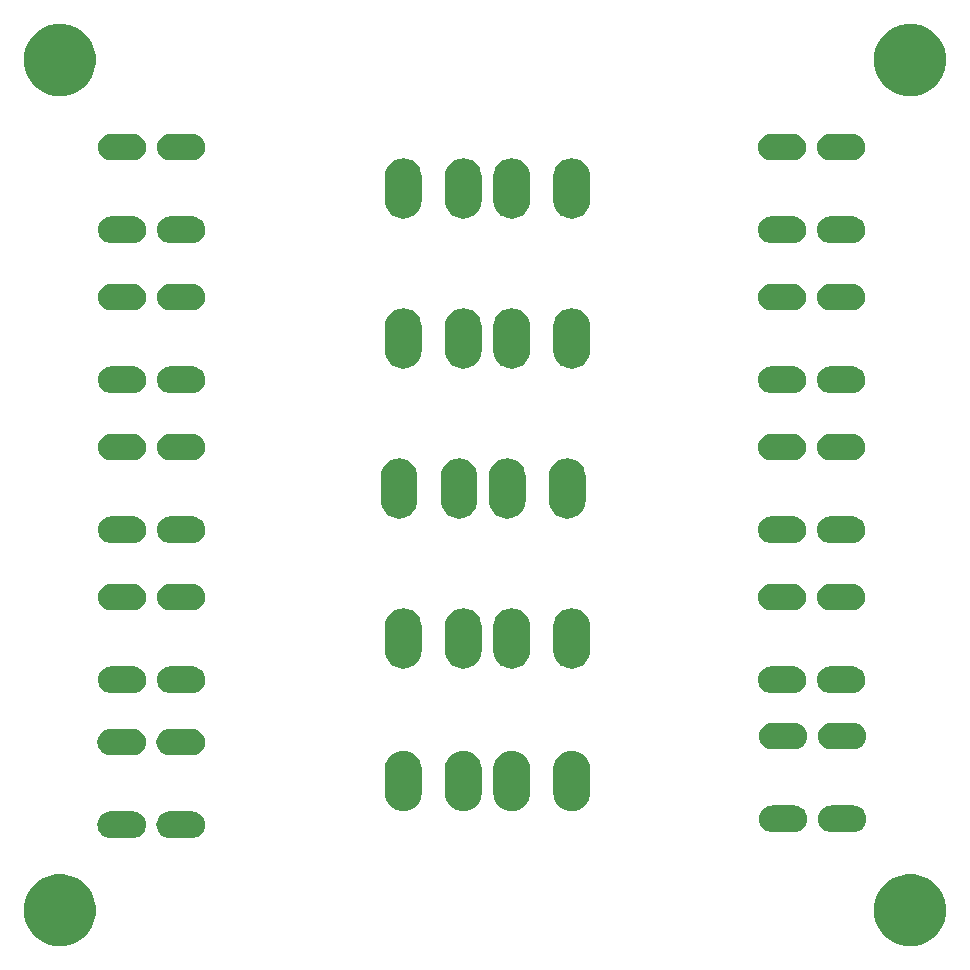
<source format=gbr>
G04 #@! TF.GenerationSoftware,KiCad,Pcbnew,(5.0.2)-1*
G04 #@! TF.CreationDate,2019-05-25T02:40:28-02:30*
G04 #@! TF.ProjectId,FusePCB,46757365-5043-4422-9e6b-696361645f70,rev?*
G04 #@! TF.SameCoordinates,Original*
G04 #@! TF.FileFunction,Soldermask,Bot*
G04 #@! TF.FilePolarity,Negative*
%FSLAX46Y46*%
G04 Gerber Fmt 4.6, Leading zero omitted, Abs format (unit mm)*
G04 Created by KiCad (PCBNEW (5.0.2)-1) date 5/25/2019 2:40:28 AM*
%MOMM*%
%LPD*%
G01*
G04 APERTURE LIST*
%ADD10C,0.100000*%
G04 APERTURE END LIST*
D10*
G36*
X132889941Y-137066248D02*
X132889943Y-137066249D01*
X132889944Y-137066249D01*
X133445190Y-137296239D01*
X133445191Y-137296240D01*
X133944902Y-137630136D01*
X134369864Y-138055098D01*
X134369866Y-138055101D01*
X134703761Y-138554810D01*
X134933751Y-139110056D01*
X135051000Y-139699503D01*
X135051000Y-140300497D01*
X134933751Y-140889944D01*
X134703761Y-141445190D01*
X134703760Y-141445191D01*
X134369864Y-141944902D01*
X133944902Y-142369864D01*
X133944899Y-142369866D01*
X133445190Y-142703761D01*
X132889944Y-142933751D01*
X132889943Y-142933751D01*
X132889941Y-142933752D01*
X132300499Y-143051000D01*
X131699501Y-143051000D01*
X131110059Y-142933752D01*
X131110057Y-142933751D01*
X131110056Y-142933751D01*
X130554810Y-142703761D01*
X130055101Y-142369866D01*
X130055098Y-142369864D01*
X129630136Y-141944902D01*
X129296240Y-141445191D01*
X129296239Y-141445190D01*
X129066249Y-140889944D01*
X128949000Y-140300497D01*
X128949000Y-139699503D01*
X129066249Y-139110056D01*
X129296239Y-138554810D01*
X129630134Y-138055101D01*
X129630136Y-138055098D01*
X130055098Y-137630136D01*
X130554809Y-137296240D01*
X130554810Y-137296239D01*
X131110056Y-137066249D01*
X131110057Y-137066249D01*
X131110059Y-137066248D01*
X131699501Y-136949000D01*
X132300499Y-136949000D01*
X132889941Y-137066248D01*
X132889941Y-137066248D01*
G37*
G36*
X60889941Y-137066248D02*
X60889943Y-137066249D01*
X60889944Y-137066249D01*
X61445190Y-137296239D01*
X61445191Y-137296240D01*
X61944902Y-137630136D01*
X62369864Y-138055098D01*
X62369866Y-138055101D01*
X62703761Y-138554810D01*
X62933751Y-139110056D01*
X63051000Y-139699503D01*
X63051000Y-140300497D01*
X62933751Y-140889944D01*
X62703761Y-141445190D01*
X62703760Y-141445191D01*
X62369864Y-141944902D01*
X61944902Y-142369864D01*
X61944899Y-142369866D01*
X61445190Y-142703761D01*
X60889944Y-142933751D01*
X60889943Y-142933751D01*
X60889941Y-142933752D01*
X60300499Y-143051000D01*
X59699501Y-143051000D01*
X59110059Y-142933752D01*
X59110057Y-142933751D01*
X59110056Y-142933751D01*
X58554810Y-142703761D01*
X58055101Y-142369866D01*
X58055098Y-142369864D01*
X57630136Y-141944902D01*
X57296240Y-141445191D01*
X57296239Y-141445190D01*
X57066249Y-140889944D01*
X56949000Y-140300497D01*
X56949000Y-139699503D01*
X57066249Y-139110056D01*
X57296239Y-138554810D01*
X57630134Y-138055101D01*
X57630136Y-138055098D01*
X58055098Y-137630136D01*
X58554809Y-137296240D01*
X58554810Y-137296239D01*
X59110056Y-137066249D01*
X59110057Y-137066249D01*
X59110059Y-137066248D01*
X59699501Y-136949000D01*
X60300499Y-136949000D01*
X60889941Y-137066248D01*
X60889941Y-137066248D01*
G37*
G36*
X66285456Y-131629431D02*
X66395735Y-131640292D01*
X66537236Y-131683216D01*
X66607987Y-131704678D01*
X66673190Y-131739530D01*
X66803599Y-131809235D01*
X66975055Y-131949945D01*
X67115765Y-132121401D01*
X67184502Y-132250000D01*
X67220322Y-132317013D01*
X67220322Y-132317014D01*
X67284708Y-132529265D01*
X67306448Y-132750000D01*
X67284708Y-132970735D01*
X67260646Y-133050055D01*
X67220322Y-133182987D01*
X67185470Y-133248190D01*
X67115765Y-133378599D01*
X66975055Y-133550055D01*
X66803599Y-133690765D01*
X66673190Y-133760470D01*
X66607987Y-133795322D01*
X66537236Y-133816784D01*
X66395735Y-133859708D01*
X66285456Y-133870569D01*
X66230317Y-133876000D01*
X64269683Y-133876000D01*
X64214544Y-133870569D01*
X64104265Y-133859708D01*
X63962764Y-133816784D01*
X63892013Y-133795322D01*
X63826810Y-133760470D01*
X63696401Y-133690765D01*
X63524945Y-133550055D01*
X63384235Y-133378599D01*
X63314530Y-133248190D01*
X63279678Y-133182987D01*
X63239354Y-133050055D01*
X63215292Y-132970735D01*
X63193552Y-132750000D01*
X63215292Y-132529265D01*
X63279678Y-132317014D01*
X63279678Y-132317013D01*
X63315498Y-132250000D01*
X63384235Y-132121401D01*
X63524945Y-131949945D01*
X63696401Y-131809235D01*
X63826810Y-131739530D01*
X63892013Y-131704678D01*
X63962764Y-131683216D01*
X64104265Y-131640292D01*
X64214544Y-131629431D01*
X64269683Y-131624000D01*
X66230317Y-131624000D01*
X66285456Y-131629431D01*
X66285456Y-131629431D01*
G37*
G36*
X71285456Y-131629431D02*
X71395735Y-131640292D01*
X71537236Y-131683216D01*
X71607987Y-131704678D01*
X71673190Y-131739530D01*
X71803599Y-131809235D01*
X71975055Y-131949945D01*
X72115765Y-132121401D01*
X72184502Y-132250000D01*
X72220322Y-132317013D01*
X72220322Y-132317014D01*
X72284708Y-132529265D01*
X72306448Y-132750000D01*
X72284708Y-132970735D01*
X72260646Y-133050055D01*
X72220322Y-133182987D01*
X72185470Y-133248190D01*
X72115765Y-133378599D01*
X71975055Y-133550055D01*
X71803599Y-133690765D01*
X71673190Y-133760470D01*
X71607987Y-133795322D01*
X71537236Y-133816784D01*
X71395735Y-133859708D01*
X71285456Y-133870569D01*
X71230317Y-133876000D01*
X69269683Y-133876000D01*
X69214544Y-133870569D01*
X69104265Y-133859708D01*
X68962764Y-133816784D01*
X68892013Y-133795322D01*
X68826810Y-133760470D01*
X68696401Y-133690765D01*
X68524945Y-133550055D01*
X68384235Y-133378599D01*
X68314530Y-133248190D01*
X68279678Y-133182987D01*
X68239354Y-133050055D01*
X68215292Y-132970735D01*
X68193552Y-132750000D01*
X68215292Y-132529265D01*
X68279678Y-132317014D01*
X68279678Y-132317013D01*
X68315498Y-132250000D01*
X68384235Y-132121401D01*
X68524945Y-131949945D01*
X68696401Y-131809235D01*
X68826810Y-131739530D01*
X68892013Y-131704678D01*
X68962764Y-131683216D01*
X69104265Y-131640292D01*
X69214544Y-131629431D01*
X69269683Y-131624000D01*
X71230317Y-131624000D01*
X71285456Y-131629431D01*
X71285456Y-131629431D01*
G37*
G36*
X122285456Y-131129431D02*
X122395735Y-131140292D01*
X122537236Y-131183216D01*
X122607987Y-131204678D01*
X122673190Y-131239530D01*
X122803599Y-131309235D01*
X122975055Y-131449945D01*
X123115765Y-131621401D01*
X123125862Y-131640292D01*
X123220322Y-131817013D01*
X123220322Y-131817014D01*
X123284708Y-132029265D01*
X123306448Y-132250000D01*
X123284708Y-132470735D01*
X123266953Y-132529265D01*
X123220322Y-132682987D01*
X123185470Y-132748190D01*
X123115765Y-132878599D01*
X122975055Y-133050055D01*
X122803599Y-133190765D01*
X122673190Y-133260470D01*
X122607987Y-133295322D01*
X122537236Y-133316784D01*
X122395735Y-133359708D01*
X122285456Y-133370569D01*
X122230317Y-133376000D01*
X120269683Y-133376000D01*
X120214544Y-133370569D01*
X120104265Y-133359708D01*
X119962764Y-133316784D01*
X119892013Y-133295322D01*
X119826810Y-133260470D01*
X119696401Y-133190765D01*
X119524945Y-133050055D01*
X119384235Y-132878599D01*
X119314530Y-132748190D01*
X119279678Y-132682987D01*
X119233047Y-132529265D01*
X119215292Y-132470735D01*
X119193552Y-132250000D01*
X119215292Y-132029265D01*
X119279678Y-131817014D01*
X119279678Y-131817013D01*
X119374138Y-131640292D01*
X119384235Y-131621401D01*
X119524945Y-131449945D01*
X119696401Y-131309235D01*
X119826810Y-131239530D01*
X119892013Y-131204678D01*
X119962764Y-131183216D01*
X120104265Y-131140292D01*
X120214544Y-131129431D01*
X120269683Y-131124000D01*
X122230317Y-131124000D01*
X122285456Y-131129431D01*
X122285456Y-131129431D01*
G37*
G36*
X127285456Y-131129431D02*
X127395735Y-131140292D01*
X127537236Y-131183216D01*
X127607987Y-131204678D01*
X127673190Y-131239530D01*
X127803599Y-131309235D01*
X127975055Y-131449945D01*
X128115765Y-131621401D01*
X128125862Y-131640292D01*
X128220322Y-131817013D01*
X128220322Y-131817014D01*
X128284708Y-132029265D01*
X128306448Y-132250000D01*
X128284708Y-132470735D01*
X128266953Y-132529265D01*
X128220322Y-132682987D01*
X128185470Y-132748190D01*
X128115765Y-132878599D01*
X127975055Y-133050055D01*
X127803599Y-133190765D01*
X127673190Y-133260470D01*
X127607987Y-133295322D01*
X127537236Y-133316784D01*
X127395735Y-133359708D01*
X127285456Y-133370569D01*
X127230317Y-133376000D01*
X125269683Y-133376000D01*
X125214544Y-133370569D01*
X125104265Y-133359708D01*
X124962764Y-133316784D01*
X124892013Y-133295322D01*
X124826810Y-133260470D01*
X124696401Y-133190765D01*
X124524945Y-133050055D01*
X124384235Y-132878599D01*
X124314530Y-132748190D01*
X124279678Y-132682987D01*
X124233047Y-132529265D01*
X124215292Y-132470735D01*
X124193552Y-132250000D01*
X124215292Y-132029265D01*
X124279678Y-131817014D01*
X124279678Y-131817013D01*
X124374138Y-131640292D01*
X124384235Y-131621401D01*
X124524945Y-131449945D01*
X124696401Y-131309235D01*
X124826810Y-131239530D01*
X124892013Y-131204678D01*
X124962764Y-131183216D01*
X125104265Y-131140292D01*
X125214544Y-131129431D01*
X125269683Y-131124000D01*
X127230317Y-131124000D01*
X127285456Y-131129431D01*
X127285456Y-131129431D01*
G37*
G36*
X89404049Y-126516442D02*
X89598959Y-126575567D01*
X89696415Y-126605130D01*
X89794690Y-126657660D01*
X89965858Y-126749151D01*
X90202029Y-126942971D01*
X90395849Y-127179142D01*
X90487340Y-127350310D01*
X90539870Y-127448585D01*
X90539870Y-127448586D01*
X90628558Y-127740951D01*
X90651000Y-127968810D01*
X90651000Y-130121190D01*
X90628558Y-130349049D01*
X90569433Y-130543959D01*
X90539870Y-130641415D01*
X90487340Y-130739690D01*
X90395849Y-130910858D01*
X90395847Y-130910860D01*
X90202032Y-131147026D01*
X90202030Y-131147027D01*
X90202029Y-131147029D01*
X89965857Y-131340849D01*
X89831135Y-131412859D01*
X89696414Y-131484870D01*
X89598958Y-131514433D01*
X89404048Y-131573558D01*
X89100000Y-131603504D01*
X88795951Y-131573558D01*
X88601041Y-131514433D01*
X88503585Y-131484870D01*
X88405310Y-131432340D01*
X88234142Y-131340849D01*
X88139674Y-131263321D01*
X87997974Y-131147032D01*
X87997973Y-131147030D01*
X87997971Y-131147029D01*
X87804151Y-130910857D01*
X87660131Y-130641415D01*
X87660130Y-130641414D01*
X87630567Y-130543958D01*
X87571442Y-130349048D01*
X87549000Y-130121189D01*
X87549001Y-127968810D01*
X87571443Y-127740951D01*
X87660131Y-127448586D01*
X87660131Y-127448585D01*
X87712661Y-127350310D01*
X87804152Y-127179142D01*
X87997972Y-126942971D01*
X88234143Y-126749151D01*
X88405311Y-126657660D01*
X88503586Y-126605130D01*
X88601042Y-126575567D01*
X88795952Y-126516442D01*
X89100000Y-126486496D01*
X89404049Y-126516442D01*
X89404049Y-126516442D01*
G37*
G36*
X94484049Y-126516442D02*
X94678959Y-126575567D01*
X94776415Y-126605130D01*
X94874690Y-126657660D01*
X95045858Y-126749151D01*
X95282029Y-126942971D01*
X95475849Y-127179142D01*
X95567340Y-127350310D01*
X95619870Y-127448585D01*
X95619870Y-127448586D01*
X95708558Y-127740951D01*
X95731000Y-127968810D01*
X95731000Y-130121190D01*
X95708558Y-130349049D01*
X95649433Y-130543959D01*
X95619870Y-130641415D01*
X95567340Y-130739690D01*
X95475849Y-130910858D01*
X95475847Y-130910860D01*
X95282032Y-131147026D01*
X95282030Y-131147027D01*
X95282029Y-131147029D01*
X95045857Y-131340849D01*
X94911135Y-131412859D01*
X94776414Y-131484870D01*
X94678958Y-131514433D01*
X94484048Y-131573558D01*
X94180000Y-131603504D01*
X93875951Y-131573558D01*
X93681041Y-131514433D01*
X93583585Y-131484870D01*
X93485310Y-131432340D01*
X93314142Y-131340849D01*
X93219674Y-131263321D01*
X93077974Y-131147032D01*
X93077973Y-131147030D01*
X93077971Y-131147029D01*
X92884151Y-130910857D01*
X92740131Y-130641415D01*
X92740130Y-130641414D01*
X92710567Y-130543958D01*
X92651442Y-130349048D01*
X92629000Y-130121189D01*
X92629001Y-127968810D01*
X92651443Y-127740951D01*
X92740131Y-127448586D01*
X92740131Y-127448585D01*
X92792661Y-127350310D01*
X92884152Y-127179142D01*
X93077972Y-126942971D01*
X93314143Y-126749151D01*
X93485311Y-126657660D01*
X93583586Y-126605130D01*
X93681042Y-126575567D01*
X93875952Y-126516442D01*
X94180000Y-126486496D01*
X94484049Y-126516442D01*
X94484049Y-126516442D01*
G37*
G36*
X98564049Y-126516442D02*
X98758959Y-126575567D01*
X98856415Y-126605130D01*
X98954690Y-126657660D01*
X99125858Y-126749151D01*
X99362029Y-126942971D01*
X99555849Y-127179142D01*
X99647340Y-127350310D01*
X99699870Y-127448585D01*
X99699870Y-127448586D01*
X99788558Y-127740951D01*
X99811000Y-127968810D01*
X99811000Y-130121190D01*
X99788558Y-130349049D01*
X99729433Y-130543959D01*
X99699870Y-130641415D01*
X99647340Y-130739690D01*
X99555849Y-130910858D01*
X99555847Y-130910860D01*
X99362032Y-131147026D01*
X99362030Y-131147027D01*
X99362029Y-131147029D01*
X99125857Y-131340849D01*
X98991135Y-131412859D01*
X98856414Y-131484870D01*
X98758958Y-131514433D01*
X98564048Y-131573558D01*
X98260000Y-131603504D01*
X97955951Y-131573558D01*
X97761041Y-131514433D01*
X97663585Y-131484870D01*
X97565310Y-131432340D01*
X97394142Y-131340849D01*
X97299674Y-131263321D01*
X97157974Y-131147032D01*
X97157973Y-131147030D01*
X97157971Y-131147029D01*
X96964151Y-130910857D01*
X96820131Y-130641415D01*
X96820130Y-130641414D01*
X96790567Y-130543958D01*
X96731442Y-130349048D01*
X96709000Y-130121189D01*
X96709001Y-127968810D01*
X96731443Y-127740951D01*
X96820131Y-127448586D01*
X96820131Y-127448585D01*
X96872661Y-127350310D01*
X96964152Y-127179142D01*
X97157972Y-126942971D01*
X97394143Y-126749151D01*
X97565311Y-126657660D01*
X97663586Y-126605130D01*
X97761042Y-126575567D01*
X97955952Y-126516442D01*
X98260000Y-126486496D01*
X98564049Y-126516442D01*
X98564049Y-126516442D01*
G37*
G36*
X103644049Y-126516442D02*
X103838959Y-126575567D01*
X103936415Y-126605130D01*
X104034690Y-126657660D01*
X104205858Y-126749151D01*
X104442029Y-126942971D01*
X104635849Y-127179142D01*
X104727340Y-127350310D01*
X104779870Y-127448585D01*
X104779870Y-127448586D01*
X104868558Y-127740951D01*
X104891000Y-127968810D01*
X104891000Y-130121190D01*
X104868558Y-130349049D01*
X104809433Y-130543959D01*
X104779870Y-130641415D01*
X104727340Y-130739690D01*
X104635849Y-130910858D01*
X104635847Y-130910860D01*
X104442032Y-131147026D01*
X104442030Y-131147027D01*
X104442029Y-131147029D01*
X104205857Y-131340849D01*
X104071135Y-131412859D01*
X103936414Y-131484870D01*
X103838958Y-131514433D01*
X103644048Y-131573558D01*
X103340000Y-131603504D01*
X103035951Y-131573558D01*
X102841041Y-131514433D01*
X102743585Y-131484870D01*
X102645310Y-131432340D01*
X102474142Y-131340849D01*
X102379674Y-131263321D01*
X102237974Y-131147032D01*
X102237973Y-131147030D01*
X102237971Y-131147029D01*
X102044151Y-130910857D01*
X101900131Y-130641415D01*
X101900130Y-130641414D01*
X101870567Y-130543958D01*
X101811442Y-130349048D01*
X101789000Y-130121189D01*
X101789001Y-127968810D01*
X101811443Y-127740951D01*
X101900131Y-127448586D01*
X101900131Y-127448585D01*
X101952661Y-127350310D01*
X102044152Y-127179142D01*
X102237972Y-126942971D01*
X102474143Y-126749151D01*
X102645311Y-126657660D01*
X102743586Y-126605130D01*
X102841042Y-126575567D01*
X103035952Y-126516442D01*
X103340000Y-126486496D01*
X103644049Y-126516442D01*
X103644049Y-126516442D01*
G37*
G36*
X66285456Y-124629431D02*
X66395735Y-124640292D01*
X66537236Y-124683216D01*
X66607987Y-124704678D01*
X66673190Y-124739530D01*
X66803599Y-124809235D01*
X66975055Y-124949945D01*
X67115765Y-125121401D01*
X67184502Y-125250000D01*
X67220322Y-125317013D01*
X67220322Y-125317014D01*
X67284708Y-125529265D01*
X67306448Y-125750000D01*
X67284708Y-125970735D01*
X67260646Y-126050055D01*
X67220322Y-126182987D01*
X67185470Y-126248190D01*
X67115765Y-126378599D01*
X66975055Y-126550055D01*
X66803599Y-126690765D01*
X66694366Y-126749151D01*
X66607987Y-126795322D01*
X66537236Y-126816784D01*
X66395735Y-126859708D01*
X66285456Y-126870569D01*
X66230317Y-126876000D01*
X64269683Y-126876000D01*
X64214544Y-126870569D01*
X64104265Y-126859708D01*
X63962764Y-126816784D01*
X63892013Y-126795322D01*
X63805634Y-126749151D01*
X63696401Y-126690765D01*
X63524945Y-126550055D01*
X63384235Y-126378599D01*
X63314530Y-126248190D01*
X63279678Y-126182987D01*
X63239354Y-126050055D01*
X63215292Y-125970735D01*
X63193552Y-125750000D01*
X63215292Y-125529265D01*
X63279678Y-125317014D01*
X63279678Y-125317013D01*
X63315498Y-125250000D01*
X63384235Y-125121401D01*
X63524945Y-124949945D01*
X63696401Y-124809235D01*
X63826810Y-124739530D01*
X63892013Y-124704678D01*
X63962764Y-124683216D01*
X64104265Y-124640292D01*
X64214544Y-124629431D01*
X64269683Y-124624000D01*
X66230317Y-124624000D01*
X66285456Y-124629431D01*
X66285456Y-124629431D01*
G37*
G36*
X71285456Y-124629431D02*
X71395735Y-124640292D01*
X71537236Y-124683216D01*
X71607987Y-124704678D01*
X71673190Y-124739530D01*
X71803599Y-124809235D01*
X71975055Y-124949945D01*
X72115765Y-125121401D01*
X72184502Y-125250000D01*
X72220322Y-125317013D01*
X72220322Y-125317014D01*
X72284708Y-125529265D01*
X72306448Y-125750000D01*
X72284708Y-125970735D01*
X72260646Y-126050055D01*
X72220322Y-126182987D01*
X72185470Y-126248190D01*
X72115765Y-126378599D01*
X71975055Y-126550055D01*
X71803599Y-126690765D01*
X71694366Y-126749151D01*
X71607987Y-126795322D01*
X71537236Y-126816784D01*
X71395735Y-126859708D01*
X71285456Y-126870569D01*
X71230317Y-126876000D01*
X69269683Y-126876000D01*
X69214544Y-126870569D01*
X69104265Y-126859708D01*
X68962764Y-126816784D01*
X68892013Y-126795322D01*
X68805634Y-126749151D01*
X68696401Y-126690765D01*
X68524945Y-126550055D01*
X68384235Y-126378599D01*
X68314530Y-126248190D01*
X68279678Y-126182987D01*
X68239354Y-126050055D01*
X68215292Y-125970735D01*
X68193552Y-125750000D01*
X68215292Y-125529265D01*
X68279678Y-125317014D01*
X68279678Y-125317013D01*
X68315498Y-125250000D01*
X68384235Y-125121401D01*
X68524945Y-124949945D01*
X68696401Y-124809235D01*
X68826810Y-124739530D01*
X68892013Y-124704678D01*
X68962764Y-124683216D01*
X69104265Y-124640292D01*
X69214544Y-124629431D01*
X69269683Y-124624000D01*
X71230317Y-124624000D01*
X71285456Y-124629431D01*
X71285456Y-124629431D01*
G37*
G36*
X122285456Y-124129431D02*
X122395735Y-124140292D01*
X122537236Y-124183216D01*
X122607987Y-124204678D01*
X122673190Y-124239530D01*
X122803599Y-124309235D01*
X122975055Y-124449945D01*
X123115765Y-124621401D01*
X123125862Y-124640292D01*
X123220322Y-124817013D01*
X123220322Y-124817014D01*
X123284708Y-125029265D01*
X123306448Y-125250000D01*
X123284708Y-125470735D01*
X123266953Y-125529265D01*
X123220322Y-125682987D01*
X123185470Y-125748190D01*
X123115765Y-125878599D01*
X122975055Y-126050055D01*
X122803599Y-126190765D01*
X122673190Y-126260470D01*
X122607987Y-126295322D01*
X122537236Y-126316784D01*
X122395735Y-126359708D01*
X122285456Y-126370569D01*
X122230317Y-126376000D01*
X120269683Y-126376000D01*
X120214544Y-126370569D01*
X120104265Y-126359708D01*
X119962764Y-126316784D01*
X119892013Y-126295322D01*
X119826810Y-126260470D01*
X119696401Y-126190765D01*
X119524945Y-126050055D01*
X119384235Y-125878599D01*
X119314530Y-125748190D01*
X119279678Y-125682987D01*
X119233047Y-125529265D01*
X119215292Y-125470735D01*
X119193552Y-125250000D01*
X119215292Y-125029265D01*
X119279678Y-124817014D01*
X119279678Y-124817013D01*
X119374138Y-124640292D01*
X119384235Y-124621401D01*
X119524945Y-124449945D01*
X119696401Y-124309235D01*
X119826810Y-124239530D01*
X119892013Y-124204678D01*
X119962764Y-124183216D01*
X120104265Y-124140292D01*
X120214544Y-124129431D01*
X120269683Y-124124000D01*
X122230317Y-124124000D01*
X122285456Y-124129431D01*
X122285456Y-124129431D01*
G37*
G36*
X127285456Y-124129431D02*
X127395735Y-124140292D01*
X127537236Y-124183216D01*
X127607987Y-124204678D01*
X127673190Y-124239530D01*
X127803599Y-124309235D01*
X127975055Y-124449945D01*
X128115765Y-124621401D01*
X128125862Y-124640292D01*
X128220322Y-124817013D01*
X128220322Y-124817014D01*
X128284708Y-125029265D01*
X128306448Y-125250000D01*
X128284708Y-125470735D01*
X128266953Y-125529265D01*
X128220322Y-125682987D01*
X128185470Y-125748190D01*
X128115765Y-125878599D01*
X127975055Y-126050055D01*
X127803599Y-126190765D01*
X127673190Y-126260470D01*
X127607987Y-126295322D01*
X127537236Y-126316784D01*
X127395735Y-126359708D01*
X127285456Y-126370569D01*
X127230317Y-126376000D01*
X125269683Y-126376000D01*
X125214544Y-126370569D01*
X125104265Y-126359708D01*
X124962764Y-126316784D01*
X124892013Y-126295322D01*
X124826810Y-126260470D01*
X124696401Y-126190765D01*
X124524945Y-126050055D01*
X124384235Y-125878599D01*
X124314530Y-125748190D01*
X124279678Y-125682987D01*
X124233047Y-125529265D01*
X124215292Y-125470735D01*
X124193552Y-125250000D01*
X124215292Y-125029265D01*
X124279678Y-124817014D01*
X124279678Y-124817013D01*
X124374138Y-124640292D01*
X124384235Y-124621401D01*
X124524945Y-124449945D01*
X124696401Y-124309235D01*
X124826810Y-124239530D01*
X124892013Y-124204678D01*
X124962764Y-124183216D01*
X125104265Y-124140292D01*
X125214544Y-124129431D01*
X125269683Y-124124000D01*
X127230317Y-124124000D01*
X127285456Y-124129431D01*
X127285456Y-124129431D01*
G37*
G36*
X127195456Y-119359431D02*
X127305735Y-119370292D01*
X127447236Y-119413216D01*
X127517987Y-119434678D01*
X127583190Y-119469530D01*
X127713599Y-119539235D01*
X127885055Y-119679945D01*
X128025765Y-119851401D01*
X128095470Y-119981810D01*
X128130322Y-120047013D01*
X128130322Y-120047014D01*
X128194708Y-120259265D01*
X128216448Y-120480000D01*
X128194708Y-120700735D01*
X128151784Y-120842236D01*
X128130322Y-120912987D01*
X128095470Y-120978190D01*
X128025765Y-121108599D01*
X127885055Y-121280055D01*
X127713599Y-121420765D01*
X127583190Y-121490470D01*
X127517987Y-121525322D01*
X127447236Y-121546784D01*
X127305735Y-121589708D01*
X127195456Y-121600569D01*
X127140317Y-121606000D01*
X125179683Y-121606000D01*
X125124544Y-121600569D01*
X125014265Y-121589708D01*
X124872764Y-121546784D01*
X124802013Y-121525322D01*
X124736810Y-121490470D01*
X124606401Y-121420765D01*
X124434945Y-121280055D01*
X124294235Y-121108599D01*
X124224530Y-120978190D01*
X124189678Y-120912987D01*
X124168216Y-120842236D01*
X124125292Y-120700735D01*
X124103552Y-120480000D01*
X124125292Y-120259265D01*
X124189678Y-120047014D01*
X124189678Y-120047013D01*
X124224530Y-119981810D01*
X124294235Y-119851401D01*
X124434945Y-119679945D01*
X124606401Y-119539235D01*
X124736810Y-119469530D01*
X124802013Y-119434678D01*
X124872764Y-119413216D01*
X125014265Y-119370292D01*
X125124544Y-119359431D01*
X125179683Y-119354000D01*
X127140317Y-119354000D01*
X127195456Y-119359431D01*
X127195456Y-119359431D01*
G37*
G36*
X122195456Y-119359431D02*
X122305735Y-119370292D01*
X122447236Y-119413216D01*
X122517987Y-119434678D01*
X122583190Y-119469530D01*
X122713599Y-119539235D01*
X122885055Y-119679945D01*
X123025765Y-119851401D01*
X123095470Y-119981810D01*
X123130322Y-120047013D01*
X123130322Y-120047014D01*
X123194708Y-120259265D01*
X123216448Y-120480000D01*
X123194708Y-120700735D01*
X123151784Y-120842236D01*
X123130322Y-120912987D01*
X123095470Y-120978190D01*
X123025765Y-121108599D01*
X122885055Y-121280055D01*
X122713599Y-121420765D01*
X122583190Y-121490470D01*
X122517987Y-121525322D01*
X122447236Y-121546784D01*
X122305735Y-121589708D01*
X122195456Y-121600569D01*
X122140317Y-121606000D01*
X120179683Y-121606000D01*
X120124544Y-121600569D01*
X120014265Y-121589708D01*
X119872764Y-121546784D01*
X119802013Y-121525322D01*
X119736810Y-121490470D01*
X119606401Y-121420765D01*
X119434945Y-121280055D01*
X119294235Y-121108599D01*
X119224530Y-120978190D01*
X119189678Y-120912987D01*
X119168216Y-120842236D01*
X119125292Y-120700735D01*
X119103552Y-120480000D01*
X119125292Y-120259265D01*
X119189678Y-120047014D01*
X119189678Y-120047013D01*
X119224530Y-119981810D01*
X119294235Y-119851401D01*
X119434945Y-119679945D01*
X119606401Y-119539235D01*
X119736810Y-119469530D01*
X119802013Y-119434678D01*
X119872764Y-119413216D01*
X120014265Y-119370292D01*
X120124544Y-119359431D01*
X120179683Y-119354000D01*
X122140317Y-119354000D01*
X122195456Y-119359431D01*
X122195456Y-119359431D01*
G37*
G36*
X66315456Y-119359431D02*
X66425735Y-119370292D01*
X66567236Y-119413216D01*
X66637987Y-119434678D01*
X66703190Y-119469530D01*
X66833599Y-119539235D01*
X67005055Y-119679945D01*
X67145765Y-119851401D01*
X67215470Y-119981810D01*
X67250322Y-120047013D01*
X67250322Y-120047014D01*
X67314708Y-120259265D01*
X67336448Y-120480000D01*
X67314708Y-120700735D01*
X67271784Y-120842236D01*
X67250322Y-120912987D01*
X67215470Y-120978190D01*
X67145765Y-121108599D01*
X67005055Y-121280055D01*
X66833599Y-121420765D01*
X66703190Y-121490470D01*
X66637987Y-121525322D01*
X66567236Y-121546784D01*
X66425735Y-121589708D01*
X66315456Y-121600569D01*
X66260317Y-121606000D01*
X64299683Y-121606000D01*
X64244544Y-121600569D01*
X64134265Y-121589708D01*
X63992764Y-121546784D01*
X63922013Y-121525322D01*
X63856810Y-121490470D01*
X63726401Y-121420765D01*
X63554945Y-121280055D01*
X63414235Y-121108599D01*
X63344530Y-120978190D01*
X63309678Y-120912987D01*
X63288216Y-120842236D01*
X63245292Y-120700735D01*
X63223552Y-120480000D01*
X63245292Y-120259265D01*
X63309678Y-120047014D01*
X63309678Y-120047013D01*
X63344530Y-119981810D01*
X63414235Y-119851401D01*
X63554945Y-119679945D01*
X63726401Y-119539235D01*
X63856810Y-119469530D01*
X63922013Y-119434678D01*
X63992764Y-119413216D01*
X64134265Y-119370292D01*
X64244544Y-119359431D01*
X64299683Y-119354000D01*
X66260317Y-119354000D01*
X66315456Y-119359431D01*
X66315456Y-119359431D01*
G37*
G36*
X71315456Y-119359431D02*
X71425735Y-119370292D01*
X71567236Y-119413216D01*
X71637987Y-119434678D01*
X71703190Y-119469530D01*
X71833599Y-119539235D01*
X72005055Y-119679945D01*
X72145765Y-119851401D01*
X72215470Y-119981810D01*
X72250322Y-120047013D01*
X72250322Y-120047014D01*
X72314708Y-120259265D01*
X72336448Y-120480000D01*
X72314708Y-120700735D01*
X72271784Y-120842236D01*
X72250322Y-120912987D01*
X72215470Y-120978190D01*
X72145765Y-121108599D01*
X72005055Y-121280055D01*
X71833599Y-121420765D01*
X71703190Y-121490470D01*
X71637987Y-121525322D01*
X71567236Y-121546784D01*
X71425735Y-121589708D01*
X71315456Y-121600569D01*
X71260317Y-121606000D01*
X69299683Y-121606000D01*
X69244544Y-121600569D01*
X69134265Y-121589708D01*
X68992764Y-121546784D01*
X68922013Y-121525322D01*
X68856810Y-121490470D01*
X68726401Y-121420765D01*
X68554945Y-121280055D01*
X68414235Y-121108599D01*
X68344530Y-120978190D01*
X68309678Y-120912987D01*
X68288216Y-120842236D01*
X68245292Y-120700735D01*
X68223552Y-120480000D01*
X68245292Y-120259265D01*
X68309678Y-120047014D01*
X68309678Y-120047013D01*
X68344530Y-119981810D01*
X68414235Y-119851401D01*
X68554945Y-119679945D01*
X68726401Y-119539235D01*
X68856810Y-119469530D01*
X68922013Y-119434678D01*
X68992764Y-119413216D01*
X69134265Y-119370292D01*
X69244544Y-119359431D01*
X69299683Y-119354000D01*
X71260317Y-119354000D01*
X71315456Y-119359431D01*
X71315456Y-119359431D01*
G37*
G36*
X89404049Y-114451442D02*
X89598959Y-114510567D01*
X89696415Y-114540130D01*
X89789168Y-114589708D01*
X89965858Y-114684151D01*
X90202029Y-114877971D01*
X90395849Y-115114142D01*
X90487340Y-115285310D01*
X90539870Y-115383585D01*
X90539870Y-115383586D01*
X90628558Y-115675951D01*
X90651000Y-115903810D01*
X90651000Y-118056190D01*
X90628558Y-118284049D01*
X90569433Y-118478959D01*
X90539870Y-118576415D01*
X90487340Y-118674690D01*
X90395849Y-118845858D01*
X90395847Y-118845860D01*
X90202032Y-119082026D01*
X90202030Y-119082027D01*
X90202029Y-119082029D01*
X89965857Y-119275849D01*
X89831135Y-119347860D01*
X89696414Y-119419870D01*
X89647598Y-119434678D01*
X89404048Y-119508558D01*
X89100000Y-119538504D01*
X88795951Y-119508558D01*
X88552401Y-119434678D01*
X88503585Y-119419870D01*
X88380352Y-119354000D01*
X88234142Y-119275849D01*
X88139674Y-119198321D01*
X87997974Y-119082032D01*
X87997973Y-119082030D01*
X87997971Y-119082029D01*
X87804151Y-118845857D01*
X87660131Y-118576415D01*
X87660130Y-118576414D01*
X87630567Y-118478958D01*
X87571442Y-118284048D01*
X87549000Y-118056189D01*
X87549001Y-115903810D01*
X87571443Y-115675951D01*
X87660131Y-115383586D01*
X87660131Y-115383585D01*
X87712661Y-115285310D01*
X87804152Y-115114142D01*
X87997972Y-114877971D01*
X88234143Y-114684151D01*
X88410833Y-114589708D01*
X88503586Y-114540130D01*
X88601042Y-114510567D01*
X88795952Y-114451442D01*
X89100000Y-114421496D01*
X89404049Y-114451442D01*
X89404049Y-114451442D01*
G37*
G36*
X94484049Y-114451442D02*
X94678959Y-114510567D01*
X94776415Y-114540130D01*
X94869168Y-114589708D01*
X95045858Y-114684151D01*
X95282029Y-114877971D01*
X95475849Y-115114142D01*
X95567340Y-115285310D01*
X95619870Y-115383585D01*
X95619870Y-115383586D01*
X95708558Y-115675951D01*
X95731000Y-115903810D01*
X95731000Y-118056190D01*
X95708558Y-118284049D01*
X95649433Y-118478959D01*
X95619870Y-118576415D01*
X95567340Y-118674690D01*
X95475849Y-118845858D01*
X95475847Y-118845860D01*
X95282032Y-119082026D01*
X95282030Y-119082027D01*
X95282029Y-119082029D01*
X95045857Y-119275849D01*
X94911135Y-119347860D01*
X94776414Y-119419870D01*
X94727598Y-119434678D01*
X94484048Y-119508558D01*
X94180000Y-119538504D01*
X93875951Y-119508558D01*
X93632401Y-119434678D01*
X93583585Y-119419870D01*
X93460352Y-119354000D01*
X93314142Y-119275849D01*
X93219674Y-119198321D01*
X93077974Y-119082032D01*
X93077973Y-119082030D01*
X93077971Y-119082029D01*
X92884151Y-118845857D01*
X92740131Y-118576415D01*
X92740130Y-118576414D01*
X92710567Y-118478958D01*
X92651442Y-118284048D01*
X92629000Y-118056189D01*
X92629001Y-115903810D01*
X92651443Y-115675951D01*
X92740131Y-115383586D01*
X92740131Y-115383585D01*
X92792661Y-115285310D01*
X92884152Y-115114142D01*
X93077972Y-114877971D01*
X93314143Y-114684151D01*
X93490833Y-114589708D01*
X93583586Y-114540130D01*
X93681042Y-114510567D01*
X93875952Y-114451442D01*
X94180000Y-114421496D01*
X94484049Y-114451442D01*
X94484049Y-114451442D01*
G37*
G36*
X98564049Y-114451442D02*
X98758959Y-114510567D01*
X98856415Y-114540130D01*
X98949168Y-114589708D01*
X99125858Y-114684151D01*
X99362029Y-114877971D01*
X99555849Y-115114142D01*
X99647340Y-115285310D01*
X99699870Y-115383585D01*
X99699870Y-115383586D01*
X99788558Y-115675951D01*
X99811000Y-115903810D01*
X99811000Y-118056190D01*
X99788558Y-118284049D01*
X99729433Y-118478959D01*
X99699870Y-118576415D01*
X99647340Y-118674690D01*
X99555849Y-118845858D01*
X99555847Y-118845860D01*
X99362032Y-119082026D01*
X99362030Y-119082027D01*
X99362029Y-119082029D01*
X99125857Y-119275849D01*
X98991135Y-119347860D01*
X98856414Y-119419870D01*
X98807598Y-119434678D01*
X98564048Y-119508558D01*
X98260000Y-119538504D01*
X97955951Y-119508558D01*
X97712401Y-119434678D01*
X97663585Y-119419870D01*
X97540352Y-119354000D01*
X97394142Y-119275849D01*
X97299674Y-119198321D01*
X97157974Y-119082032D01*
X97157973Y-119082030D01*
X97157971Y-119082029D01*
X96964151Y-118845857D01*
X96820131Y-118576415D01*
X96820130Y-118576414D01*
X96790567Y-118478958D01*
X96731442Y-118284048D01*
X96709000Y-118056189D01*
X96709001Y-115903810D01*
X96731443Y-115675951D01*
X96820131Y-115383586D01*
X96820131Y-115383585D01*
X96872661Y-115285310D01*
X96964152Y-115114142D01*
X97157972Y-114877971D01*
X97394143Y-114684151D01*
X97570833Y-114589708D01*
X97663586Y-114540130D01*
X97761042Y-114510567D01*
X97955952Y-114451442D01*
X98260000Y-114421496D01*
X98564049Y-114451442D01*
X98564049Y-114451442D01*
G37*
G36*
X103644049Y-114451442D02*
X103838959Y-114510567D01*
X103936415Y-114540130D01*
X104029168Y-114589708D01*
X104205858Y-114684151D01*
X104442029Y-114877971D01*
X104635849Y-115114142D01*
X104727340Y-115285310D01*
X104779870Y-115383585D01*
X104779870Y-115383586D01*
X104868558Y-115675951D01*
X104891000Y-115903810D01*
X104891000Y-118056190D01*
X104868558Y-118284049D01*
X104809433Y-118478959D01*
X104779870Y-118576415D01*
X104727340Y-118674690D01*
X104635849Y-118845858D01*
X104635847Y-118845860D01*
X104442032Y-119082026D01*
X104442030Y-119082027D01*
X104442029Y-119082029D01*
X104205857Y-119275849D01*
X104071135Y-119347860D01*
X103936414Y-119419870D01*
X103887598Y-119434678D01*
X103644048Y-119508558D01*
X103340000Y-119538504D01*
X103035951Y-119508558D01*
X102792401Y-119434678D01*
X102743585Y-119419870D01*
X102620352Y-119354000D01*
X102474142Y-119275849D01*
X102379674Y-119198321D01*
X102237974Y-119082032D01*
X102237973Y-119082030D01*
X102237971Y-119082029D01*
X102044151Y-118845857D01*
X101900131Y-118576415D01*
X101900130Y-118576414D01*
X101870567Y-118478958D01*
X101811442Y-118284048D01*
X101789000Y-118056189D01*
X101789001Y-115903810D01*
X101811443Y-115675951D01*
X101900131Y-115383586D01*
X101900131Y-115383585D01*
X101952661Y-115285310D01*
X102044152Y-115114142D01*
X102237972Y-114877971D01*
X102474143Y-114684151D01*
X102650833Y-114589708D01*
X102743586Y-114540130D01*
X102841042Y-114510567D01*
X103035952Y-114451442D01*
X103340000Y-114421496D01*
X103644049Y-114451442D01*
X103644049Y-114451442D01*
G37*
G36*
X122195456Y-112359431D02*
X122305735Y-112370292D01*
X122447236Y-112413216D01*
X122517987Y-112434678D01*
X122583190Y-112469530D01*
X122713599Y-112539235D01*
X122885055Y-112679945D01*
X123025765Y-112851401D01*
X123095470Y-112981810D01*
X123130322Y-113047013D01*
X123130322Y-113047014D01*
X123194708Y-113259265D01*
X123216448Y-113480000D01*
X123194708Y-113700735D01*
X123151784Y-113842236D01*
X123130322Y-113912987D01*
X123095470Y-113978190D01*
X123025765Y-114108599D01*
X122885055Y-114280055D01*
X122713599Y-114420765D01*
X122583190Y-114490470D01*
X122517987Y-114525322D01*
X122469171Y-114540130D01*
X122305735Y-114589708D01*
X122195456Y-114600569D01*
X122140317Y-114606000D01*
X120179683Y-114606000D01*
X120124544Y-114600569D01*
X120014265Y-114589708D01*
X119850829Y-114540130D01*
X119802013Y-114525322D01*
X119736810Y-114490470D01*
X119606401Y-114420765D01*
X119434945Y-114280055D01*
X119294235Y-114108599D01*
X119224530Y-113978190D01*
X119189678Y-113912987D01*
X119168216Y-113842236D01*
X119125292Y-113700735D01*
X119103552Y-113480000D01*
X119125292Y-113259265D01*
X119189678Y-113047014D01*
X119189678Y-113047013D01*
X119224530Y-112981810D01*
X119294235Y-112851401D01*
X119434945Y-112679945D01*
X119606401Y-112539235D01*
X119736810Y-112469530D01*
X119802013Y-112434678D01*
X119872764Y-112413216D01*
X120014265Y-112370292D01*
X120124544Y-112359431D01*
X120179683Y-112354000D01*
X122140317Y-112354000D01*
X122195456Y-112359431D01*
X122195456Y-112359431D01*
G37*
G36*
X127195456Y-112359431D02*
X127305735Y-112370292D01*
X127447236Y-112413216D01*
X127517987Y-112434678D01*
X127583190Y-112469530D01*
X127713599Y-112539235D01*
X127885055Y-112679945D01*
X128025765Y-112851401D01*
X128095470Y-112981810D01*
X128130322Y-113047013D01*
X128130322Y-113047014D01*
X128194708Y-113259265D01*
X128216448Y-113480000D01*
X128194708Y-113700735D01*
X128151784Y-113842236D01*
X128130322Y-113912987D01*
X128095470Y-113978190D01*
X128025765Y-114108599D01*
X127885055Y-114280055D01*
X127713599Y-114420765D01*
X127583190Y-114490470D01*
X127517987Y-114525322D01*
X127469171Y-114540130D01*
X127305735Y-114589708D01*
X127195456Y-114600569D01*
X127140317Y-114606000D01*
X125179683Y-114606000D01*
X125124544Y-114600569D01*
X125014265Y-114589708D01*
X124850829Y-114540130D01*
X124802013Y-114525322D01*
X124736810Y-114490470D01*
X124606401Y-114420765D01*
X124434945Y-114280055D01*
X124294235Y-114108599D01*
X124224530Y-113978190D01*
X124189678Y-113912987D01*
X124168216Y-113842236D01*
X124125292Y-113700735D01*
X124103552Y-113480000D01*
X124125292Y-113259265D01*
X124189678Y-113047014D01*
X124189678Y-113047013D01*
X124224530Y-112981810D01*
X124294235Y-112851401D01*
X124434945Y-112679945D01*
X124606401Y-112539235D01*
X124736810Y-112469530D01*
X124802013Y-112434678D01*
X124872764Y-112413216D01*
X125014265Y-112370292D01*
X125124544Y-112359431D01*
X125179683Y-112354000D01*
X127140317Y-112354000D01*
X127195456Y-112359431D01*
X127195456Y-112359431D01*
G37*
G36*
X66315456Y-112359431D02*
X66425735Y-112370292D01*
X66567236Y-112413216D01*
X66637987Y-112434678D01*
X66703190Y-112469530D01*
X66833599Y-112539235D01*
X67005055Y-112679945D01*
X67145765Y-112851401D01*
X67215470Y-112981810D01*
X67250322Y-113047013D01*
X67250322Y-113047014D01*
X67314708Y-113259265D01*
X67336448Y-113480000D01*
X67314708Y-113700735D01*
X67271784Y-113842236D01*
X67250322Y-113912987D01*
X67215470Y-113978190D01*
X67145765Y-114108599D01*
X67005055Y-114280055D01*
X66833599Y-114420765D01*
X66703190Y-114490470D01*
X66637987Y-114525322D01*
X66589171Y-114540130D01*
X66425735Y-114589708D01*
X66315456Y-114600569D01*
X66260317Y-114606000D01*
X64299683Y-114606000D01*
X64244544Y-114600569D01*
X64134265Y-114589708D01*
X63970829Y-114540130D01*
X63922013Y-114525322D01*
X63856810Y-114490470D01*
X63726401Y-114420765D01*
X63554945Y-114280055D01*
X63414235Y-114108599D01*
X63344530Y-113978190D01*
X63309678Y-113912987D01*
X63288216Y-113842236D01*
X63245292Y-113700735D01*
X63223552Y-113480000D01*
X63245292Y-113259265D01*
X63309678Y-113047014D01*
X63309678Y-113047013D01*
X63344530Y-112981810D01*
X63414235Y-112851401D01*
X63554945Y-112679945D01*
X63726401Y-112539235D01*
X63856810Y-112469530D01*
X63922013Y-112434678D01*
X63992764Y-112413216D01*
X64134265Y-112370292D01*
X64244544Y-112359431D01*
X64299683Y-112354000D01*
X66260317Y-112354000D01*
X66315456Y-112359431D01*
X66315456Y-112359431D01*
G37*
G36*
X71315456Y-112359431D02*
X71425735Y-112370292D01*
X71567236Y-112413216D01*
X71637987Y-112434678D01*
X71703190Y-112469530D01*
X71833599Y-112539235D01*
X72005055Y-112679945D01*
X72145765Y-112851401D01*
X72215470Y-112981810D01*
X72250322Y-113047013D01*
X72250322Y-113047014D01*
X72314708Y-113259265D01*
X72336448Y-113480000D01*
X72314708Y-113700735D01*
X72271784Y-113842236D01*
X72250322Y-113912987D01*
X72215470Y-113978190D01*
X72145765Y-114108599D01*
X72005055Y-114280055D01*
X71833599Y-114420765D01*
X71703190Y-114490470D01*
X71637987Y-114525322D01*
X71589171Y-114540130D01*
X71425735Y-114589708D01*
X71315456Y-114600569D01*
X71260317Y-114606000D01*
X69299683Y-114606000D01*
X69244544Y-114600569D01*
X69134265Y-114589708D01*
X68970829Y-114540130D01*
X68922013Y-114525322D01*
X68856810Y-114490470D01*
X68726401Y-114420765D01*
X68554945Y-114280055D01*
X68414235Y-114108599D01*
X68344530Y-113978190D01*
X68309678Y-113912987D01*
X68288216Y-113842236D01*
X68245292Y-113700735D01*
X68223552Y-113480000D01*
X68245292Y-113259265D01*
X68309678Y-113047014D01*
X68309678Y-113047013D01*
X68344530Y-112981810D01*
X68414235Y-112851401D01*
X68554945Y-112679945D01*
X68726401Y-112539235D01*
X68856810Y-112469530D01*
X68922013Y-112434678D01*
X68992764Y-112413216D01*
X69134265Y-112370292D01*
X69244544Y-112359431D01*
X69299683Y-112354000D01*
X71260317Y-112354000D01*
X71315456Y-112359431D01*
X71315456Y-112359431D01*
G37*
G36*
X127195456Y-106659431D02*
X127305735Y-106670292D01*
X127447236Y-106713216D01*
X127517987Y-106734678D01*
X127583190Y-106769530D01*
X127713599Y-106839235D01*
X127885055Y-106979945D01*
X128025765Y-107151401D01*
X128095470Y-107281810D01*
X128130322Y-107347013D01*
X128130322Y-107347014D01*
X128194708Y-107559265D01*
X128216448Y-107780000D01*
X128194708Y-108000735D01*
X128151784Y-108142236D01*
X128130322Y-108212987D01*
X128095470Y-108278190D01*
X128025765Y-108408599D01*
X127885055Y-108580055D01*
X127713599Y-108720765D01*
X127583190Y-108790470D01*
X127517987Y-108825322D01*
X127447236Y-108846784D01*
X127305735Y-108889708D01*
X127195456Y-108900569D01*
X127140317Y-108906000D01*
X125179683Y-108906000D01*
X125124544Y-108900569D01*
X125014265Y-108889708D01*
X124872764Y-108846784D01*
X124802013Y-108825322D01*
X124736810Y-108790470D01*
X124606401Y-108720765D01*
X124434945Y-108580055D01*
X124294235Y-108408599D01*
X124224530Y-108278190D01*
X124189678Y-108212987D01*
X124168216Y-108142236D01*
X124125292Y-108000735D01*
X124103552Y-107780000D01*
X124125292Y-107559265D01*
X124189678Y-107347014D01*
X124189678Y-107347013D01*
X124224530Y-107281810D01*
X124294235Y-107151401D01*
X124434945Y-106979945D01*
X124606401Y-106839235D01*
X124736810Y-106769530D01*
X124802013Y-106734678D01*
X124872764Y-106713216D01*
X125014265Y-106670292D01*
X125124544Y-106659431D01*
X125179683Y-106654000D01*
X127140317Y-106654000D01*
X127195456Y-106659431D01*
X127195456Y-106659431D01*
G37*
G36*
X122195456Y-106659431D02*
X122305735Y-106670292D01*
X122447236Y-106713216D01*
X122517987Y-106734678D01*
X122583190Y-106769530D01*
X122713599Y-106839235D01*
X122885055Y-106979945D01*
X123025765Y-107151401D01*
X123095470Y-107281810D01*
X123130322Y-107347013D01*
X123130322Y-107347014D01*
X123194708Y-107559265D01*
X123216448Y-107780000D01*
X123194708Y-108000735D01*
X123151784Y-108142236D01*
X123130322Y-108212987D01*
X123095470Y-108278190D01*
X123025765Y-108408599D01*
X122885055Y-108580055D01*
X122713599Y-108720765D01*
X122583190Y-108790470D01*
X122517987Y-108825322D01*
X122447236Y-108846784D01*
X122305735Y-108889708D01*
X122195456Y-108900569D01*
X122140317Y-108906000D01*
X120179683Y-108906000D01*
X120124544Y-108900569D01*
X120014265Y-108889708D01*
X119872764Y-108846784D01*
X119802013Y-108825322D01*
X119736810Y-108790470D01*
X119606401Y-108720765D01*
X119434945Y-108580055D01*
X119294235Y-108408599D01*
X119224530Y-108278190D01*
X119189678Y-108212987D01*
X119168216Y-108142236D01*
X119125292Y-108000735D01*
X119103552Y-107780000D01*
X119125292Y-107559265D01*
X119189678Y-107347014D01*
X119189678Y-107347013D01*
X119224530Y-107281810D01*
X119294235Y-107151401D01*
X119434945Y-106979945D01*
X119606401Y-106839235D01*
X119736810Y-106769530D01*
X119802013Y-106734678D01*
X119872764Y-106713216D01*
X120014265Y-106670292D01*
X120124544Y-106659431D01*
X120179683Y-106654000D01*
X122140317Y-106654000D01*
X122195456Y-106659431D01*
X122195456Y-106659431D01*
G37*
G36*
X71315456Y-106659431D02*
X71425735Y-106670292D01*
X71567236Y-106713216D01*
X71637987Y-106734678D01*
X71703190Y-106769530D01*
X71833599Y-106839235D01*
X72005055Y-106979945D01*
X72145765Y-107151401D01*
X72215470Y-107281810D01*
X72250322Y-107347013D01*
X72250322Y-107347014D01*
X72314708Y-107559265D01*
X72336448Y-107780000D01*
X72314708Y-108000735D01*
X72271784Y-108142236D01*
X72250322Y-108212987D01*
X72215470Y-108278190D01*
X72145765Y-108408599D01*
X72005055Y-108580055D01*
X71833599Y-108720765D01*
X71703190Y-108790470D01*
X71637987Y-108825322D01*
X71567236Y-108846784D01*
X71425735Y-108889708D01*
X71315456Y-108900569D01*
X71260317Y-108906000D01*
X69299683Y-108906000D01*
X69244544Y-108900569D01*
X69134265Y-108889708D01*
X68992764Y-108846784D01*
X68922013Y-108825322D01*
X68856810Y-108790470D01*
X68726401Y-108720765D01*
X68554945Y-108580055D01*
X68414235Y-108408599D01*
X68344530Y-108278190D01*
X68309678Y-108212987D01*
X68288216Y-108142236D01*
X68245292Y-108000735D01*
X68223552Y-107780000D01*
X68245292Y-107559265D01*
X68309678Y-107347014D01*
X68309678Y-107347013D01*
X68344530Y-107281810D01*
X68414235Y-107151401D01*
X68554945Y-106979945D01*
X68726401Y-106839235D01*
X68856810Y-106769530D01*
X68922013Y-106734678D01*
X68992764Y-106713216D01*
X69134265Y-106670292D01*
X69244544Y-106659431D01*
X69299683Y-106654000D01*
X71260317Y-106654000D01*
X71315456Y-106659431D01*
X71315456Y-106659431D01*
G37*
G36*
X66315456Y-106659431D02*
X66425735Y-106670292D01*
X66567236Y-106713216D01*
X66637987Y-106734678D01*
X66703190Y-106769530D01*
X66833599Y-106839235D01*
X67005055Y-106979945D01*
X67145765Y-107151401D01*
X67215470Y-107281810D01*
X67250322Y-107347013D01*
X67250322Y-107347014D01*
X67314708Y-107559265D01*
X67336448Y-107780000D01*
X67314708Y-108000735D01*
X67271784Y-108142236D01*
X67250322Y-108212987D01*
X67215470Y-108278190D01*
X67145765Y-108408599D01*
X67005055Y-108580055D01*
X66833599Y-108720765D01*
X66703190Y-108790470D01*
X66637987Y-108825322D01*
X66567236Y-108846784D01*
X66425735Y-108889708D01*
X66315456Y-108900569D01*
X66260317Y-108906000D01*
X64299683Y-108906000D01*
X64244544Y-108900569D01*
X64134265Y-108889708D01*
X63992764Y-108846784D01*
X63922013Y-108825322D01*
X63856810Y-108790470D01*
X63726401Y-108720765D01*
X63554945Y-108580055D01*
X63414235Y-108408599D01*
X63344530Y-108278190D01*
X63309678Y-108212987D01*
X63288216Y-108142236D01*
X63245292Y-108000735D01*
X63223552Y-107780000D01*
X63245292Y-107559265D01*
X63309678Y-107347014D01*
X63309678Y-107347013D01*
X63344530Y-107281810D01*
X63414235Y-107151401D01*
X63554945Y-106979945D01*
X63726401Y-106839235D01*
X63856810Y-106769530D01*
X63922013Y-106734678D01*
X63992764Y-106713216D01*
X64134265Y-106670292D01*
X64244544Y-106659431D01*
X64299683Y-106654000D01*
X66260317Y-106654000D01*
X66315456Y-106659431D01*
X66315456Y-106659431D01*
G37*
G36*
X103279049Y-101751442D02*
X103473959Y-101810567D01*
X103571415Y-101840130D01*
X103664168Y-101889708D01*
X103840858Y-101984151D01*
X104077029Y-102177971D01*
X104270849Y-102414142D01*
X104362340Y-102585310D01*
X104414870Y-102683585D01*
X104414870Y-102683586D01*
X104503558Y-102975951D01*
X104526000Y-103203810D01*
X104526000Y-105356190D01*
X104503558Y-105584049D01*
X104444433Y-105778959D01*
X104414870Y-105876415D01*
X104362340Y-105974690D01*
X104270849Y-106145858D01*
X104270847Y-106145860D01*
X104077032Y-106382026D01*
X104077030Y-106382027D01*
X104077029Y-106382029D01*
X103840857Y-106575849D01*
X103706135Y-106647859D01*
X103571414Y-106719870D01*
X103522598Y-106734678D01*
X103279048Y-106808558D01*
X102975000Y-106838504D01*
X102670951Y-106808558D01*
X102427401Y-106734678D01*
X102378585Y-106719870D01*
X102255352Y-106654000D01*
X102109142Y-106575849D01*
X102014674Y-106498321D01*
X101872974Y-106382032D01*
X101872973Y-106382030D01*
X101872971Y-106382029D01*
X101679151Y-106145857D01*
X101535131Y-105876415D01*
X101535130Y-105876414D01*
X101505567Y-105778958D01*
X101446442Y-105584048D01*
X101424000Y-105356189D01*
X101424001Y-103203810D01*
X101446443Y-102975951D01*
X101535131Y-102683586D01*
X101535131Y-102683585D01*
X101587661Y-102585310D01*
X101679152Y-102414142D01*
X101872972Y-102177971D01*
X102109143Y-101984151D01*
X102285833Y-101889708D01*
X102378586Y-101840130D01*
X102476042Y-101810567D01*
X102670952Y-101751442D01*
X102975000Y-101721496D01*
X103279049Y-101751442D01*
X103279049Y-101751442D01*
G37*
G36*
X98199049Y-101751442D02*
X98393959Y-101810567D01*
X98491415Y-101840130D01*
X98584168Y-101889708D01*
X98760858Y-101984151D01*
X98997029Y-102177971D01*
X99190849Y-102414142D01*
X99282340Y-102585310D01*
X99334870Y-102683585D01*
X99334870Y-102683586D01*
X99423558Y-102975951D01*
X99446000Y-103203810D01*
X99446000Y-105356190D01*
X99423558Y-105584049D01*
X99364433Y-105778959D01*
X99334870Y-105876415D01*
X99282340Y-105974690D01*
X99190849Y-106145858D01*
X99190847Y-106145860D01*
X98997032Y-106382026D01*
X98997030Y-106382027D01*
X98997029Y-106382029D01*
X98760857Y-106575849D01*
X98626135Y-106647859D01*
X98491414Y-106719870D01*
X98442598Y-106734678D01*
X98199048Y-106808558D01*
X97895000Y-106838504D01*
X97590951Y-106808558D01*
X97347401Y-106734678D01*
X97298585Y-106719870D01*
X97175352Y-106654000D01*
X97029142Y-106575849D01*
X96934674Y-106498321D01*
X96792974Y-106382032D01*
X96792973Y-106382030D01*
X96792971Y-106382029D01*
X96599151Y-106145857D01*
X96455131Y-105876415D01*
X96455130Y-105876414D01*
X96425567Y-105778958D01*
X96366442Y-105584048D01*
X96344000Y-105356189D01*
X96344001Y-103203810D01*
X96366443Y-102975951D01*
X96455131Y-102683586D01*
X96455131Y-102683585D01*
X96507661Y-102585310D01*
X96599152Y-102414142D01*
X96792972Y-102177971D01*
X97029143Y-101984151D01*
X97205833Y-101889708D01*
X97298586Y-101840130D01*
X97396042Y-101810567D01*
X97590952Y-101751442D01*
X97895000Y-101721496D01*
X98199049Y-101751442D01*
X98199049Y-101751442D01*
G37*
G36*
X94119049Y-101751442D02*
X94313959Y-101810567D01*
X94411415Y-101840130D01*
X94504168Y-101889708D01*
X94680858Y-101984151D01*
X94917029Y-102177971D01*
X95110849Y-102414142D01*
X95202340Y-102585310D01*
X95254870Y-102683585D01*
X95254870Y-102683586D01*
X95343558Y-102975951D01*
X95366000Y-103203810D01*
X95366000Y-105356190D01*
X95343558Y-105584049D01*
X95284433Y-105778959D01*
X95254870Y-105876415D01*
X95202340Y-105974690D01*
X95110849Y-106145858D01*
X95110847Y-106145860D01*
X94917032Y-106382026D01*
X94917030Y-106382027D01*
X94917029Y-106382029D01*
X94680857Y-106575849D01*
X94546135Y-106647859D01*
X94411414Y-106719870D01*
X94362598Y-106734678D01*
X94119048Y-106808558D01*
X93815000Y-106838504D01*
X93510951Y-106808558D01*
X93267401Y-106734678D01*
X93218585Y-106719870D01*
X93095352Y-106654000D01*
X92949142Y-106575849D01*
X92854674Y-106498321D01*
X92712974Y-106382032D01*
X92712973Y-106382030D01*
X92712971Y-106382029D01*
X92519151Y-106145857D01*
X92375131Y-105876415D01*
X92375130Y-105876414D01*
X92345567Y-105778958D01*
X92286442Y-105584048D01*
X92264000Y-105356189D01*
X92264001Y-103203810D01*
X92286443Y-102975951D01*
X92375131Y-102683586D01*
X92375131Y-102683585D01*
X92427661Y-102585310D01*
X92519152Y-102414142D01*
X92712972Y-102177971D01*
X92949143Y-101984151D01*
X93125833Y-101889708D01*
X93218586Y-101840130D01*
X93316042Y-101810567D01*
X93510952Y-101751442D01*
X93815000Y-101721496D01*
X94119049Y-101751442D01*
X94119049Y-101751442D01*
G37*
G36*
X89039049Y-101751442D02*
X89233959Y-101810567D01*
X89331415Y-101840130D01*
X89424168Y-101889708D01*
X89600858Y-101984151D01*
X89837029Y-102177971D01*
X90030849Y-102414142D01*
X90122340Y-102585310D01*
X90174870Y-102683585D01*
X90174870Y-102683586D01*
X90263558Y-102975951D01*
X90286000Y-103203810D01*
X90286000Y-105356190D01*
X90263558Y-105584049D01*
X90204433Y-105778959D01*
X90174870Y-105876415D01*
X90122340Y-105974690D01*
X90030849Y-106145858D01*
X90030847Y-106145860D01*
X89837032Y-106382026D01*
X89837030Y-106382027D01*
X89837029Y-106382029D01*
X89600857Y-106575849D01*
X89466135Y-106647859D01*
X89331414Y-106719870D01*
X89282598Y-106734678D01*
X89039048Y-106808558D01*
X88735000Y-106838504D01*
X88430951Y-106808558D01*
X88187401Y-106734678D01*
X88138585Y-106719870D01*
X88015352Y-106654000D01*
X87869142Y-106575849D01*
X87774674Y-106498321D01*
X87632974Y-106382032D01*
X87632973Y-106382030D01*
X87632971Y-106382029D01*
X87439151Y-106145857D01*
X87295131Y-105876415D01*
X87295130Y-105876414D01*
X87265567Y-105778958D01*
X87206442Y-105584048D01*
X87184000Y-105356189D01*
X87184001Y-103203810D01*
X87206443Y-102975951D01*
X87295131Y-102683586D01*
X87295131Y-102683585D01*
X87347661Y-102585310D01*
X87439152Y-102414142D01*
X87632972Y-102177971D01*
X87869143Y-101984151D01*
X88045833Y-101889708D01*
X88138586Y-101840130D01*
X88236042Y-101810567D01*
X88430952Y-101751442D01*
X88735000Y-101721496D01*
X89039049Y-101751442D01*
X89039049Y-101751442D01*
G37*
G36*
X122195456Y-99659431D02*
X122305735Y-99670292D01*
X122447236Y-99713216D01*
X122517987Y-99734678D01*
X122583190Y-99769530D01*
X122713599Y-99839235D01*
X122885055Y-99979945D01*
X123025765Y-100151401D01*
X123095470Y-100281810D01*
X123130322Y-100347013D01*
X123130322Y-100347014D01*
X123194708Y-100559265D01*
X123216448Y-100780000D01*
X123194708Y-101000735D01*
X123151784Y-101142236D01*
X123130322Y-101212987D01*
X123095470Y-101278190D01*
X123025765Y-101408599D01*
X122885055Y-101580055D01*
X122713599Y-101720765D01*
X122583190Y-101790470D01*
X122517987Y-101825322D01*
X122469171Y-101840130D01*
X122305735Y-101889708D01*
X122195456Y-101900569D01*
X122140317Y-101906000D01*
X120179683Y-101906000D01*
X120124544Y-101900569D01*
X120014265Y-101889708D01*
X119850829Y-101840130D01*
X119802013Y-101825322D01*
X119736810Y-101790470D01*
X119606401Y-101720765D01*
X119434945Y-101580055D01*
X119294235Y-101408599D01*
X119224530Y-101278190D01*
X119189678Y-101212987D01*
X119168216Y-101142236D01*
X119125292Y-101000735D01*
X119103552Y-100780000D01*
X119125292Y-100559265D01*
X119189678Y-100347014D01*
X119189678Y-100347013D01*
X119224530Y-100281810D01*
X119294235Y-100151401D01*
X119434945Y-99979945D01*
X119606401Y-99839235D01*
X119736810Y-99769530D01*
X119802013Y-99734678D01*
X119872764Y-99713216D01*
X120014265Y-99670292D01*
X120124544Y-99659431D01*
X120179683Y-99654000D01*
X122140317Y-99654000D01*
X122195456Y-99659431D01*
X122195456Y-99659431D01*
G37*
G36*
X127195456Y-99659431D02*
X127305735Y-99670292D01*
X127447236Y-99713216D01*
X127517987Y-99734678D01*
X127583190Y-99769530D01*
X127713599Y-99839235D01*
X127885055Y-99979945D01*
X128025765Y-100151401D01*
X128095470Y-100281810D01*
X128130322Y-100347013D01*
X128130322Y-100347014D01*
X128194708Y-100559265D01*
X128216448Y-100780000D01*
X128194708Y-101000735D01*
X128151784Y-101142236D01*
X128130322Y-101212987D01*
X128095470Y-101278190D01*
X128025765Y-101408599D01*
X127885055Y-101580055D01*
X127713599Y-101720765D01*
X127583190Y-101790470D01*
X127517987Y-101825322D01*
X127469171Y-101840130D01*
X127305735Y-101889708D01*
X127195456Y-101900569D01*
X127140317Y-101906000D01*
X125179683Y-101906000D01*
X125124544Y-101900569D01*
X125014265Y-101889708D01*
X124850829Y-101840130D01*
X124802013Y-101825322D01*
X124736810Y-101790470D01*
X124606401Y-101720765D01*
X124434945Y-101580055D01*
X124294235Y-101408599D01*
X124224530Y-101278190D01*
X124189678Y-101212987D01*
X124168216Y-101142236D01*
X124125292Y-101000735D01*
X124103552Y-100780000D01*
X124125292Y-100559265D01*
X124189678Y-100347014D01*
X124189678Y-100347013D01*
X124224530Y-100281810D01*
X124294235Y-100151401D01*
X124434945Y-99979945D01*
X124606401Y-99839235D01*
X124736810Y-99769530D01*
X124802013Y-99734678D01*
X124872764Y-99713216D01*
X125014265Y-99670292D01*
X125124544Y-99659431D01*
X125179683Y-99654000D01*
X127140317Y-99654000D01*
X127195456Y-99659431D01*
X127195456Y-99659431D01*
G37*
G36*
X71315456Y-99659431D02*
X71425735Y-99670292D01*
X71567236Y-99713216D01*
X71637987Y-99734678D01*
X71703190Y-99769530D01*
X71833599Y-99839235D01*
X72005055Y-99979945D01*
X72145765Y-100151401D01*
X72215470Y-100281810D01*
X72250322Y-100347013D01*
X72250322Y-100347014D01*
X72314708Y-100559265D01*
X72336448Y-100780000D01*
X72314708Y-101000735D01*
X72271784Y-101142236D01*
X72250322Y-101212987D01*
X72215470Y-101278190D01*
X72145765Y-101408599D01*
X72005055Y-101580055D01*
X71833599Y-101720765D01*
X71703190Y-101790470D01*
X71637987Y-101825322D01*
X71589171Y-101840130D01*
X71425735Y-101889708D01*
X71315456Y-101900569D01*
X71260317Y-101906000D01*
X69299683Y-101906000D01*
X69244544Y-101900569D01*
X69134265Y-101889708D01*
X68970829Y-101840130D01*
X68922013Y-101825322D01*
X68856810Y-101790470D01*
X68726401Y-101720765D01*
X68554945Y-101580055D01*
X68414235Y-101408599D01*
X68344530Y-101278190D01*
X68309678Y-101212987D01*
X68288216Y-101142236D01*
X68245292Y-101000735D01*
X68223552Y-100780000D01*
X68245292Y-100559265D01*
X68309678Y-100347014D01*
X68309678Y-100347013D01*
X68344530Y-100281810D01*
X68414235Y-100151401D01*
X68554945Y-99979945D01*
X68726401Y-99839235D01*
X68856810Y-99769530D01*
X68922013Y-99734678D01*
X68992764Y-99713216D01*
X69134265Y-99670292D01*
X69244544Y-99659431D01*
X69299683Y-99654000D01*
X71260317Y-99654000D01*
X71315456Y-99659431D01*
X71315456Y-99659431D01*
G37*
G36*
X66315456Y-99659431D02*
X66425735Y-99670292D01*
X66567236Y-99713216D01*
X66637987Y-99734678D01*
X66703190Y-99769530D01*
X66833599Y-99839235D01*
X67005055Y-99979945D01*
X67145765Y-100151401D01*
X67215470Y-100281810D01*
X67250322Y-100347013D01*
X67250322Y-100347014D01*
X67314708Y-100559265D01*
X67336448Y-100780000D01*
X67314708Y-101000735D01*
X67271784Y-101142236D01*
X67250322Y-101212987D01*
X67215470Y-101278190D01*
X67145765Y-101408599D01*
X67005055Y-101580055D01*
X66833599Y-101720765D01*
X66703190Y-101790470D01*
X66637987Y-101825322D01*
X66589171Y-101840130D01*
X66425735Y-101889708D01*
X66315456Y-101900569D01*
X66260317Y-101906000D01*
X64299683Y-101906000D01*
X64244544Y-101900569D01*
X64134265Y-101889708D01*
X63970829Y-101840130D01*
X63922013Y-101825322D01*
X63856810Y-101790470D01*
X63726401Y-101720765D01*
X63554945Y-101580055D01*
X63414235Y-101408599D01*
X63344530Y-101278190D01*
X63309678Y-101212987D01*
X63288216Y-101142236D01*
X63245292Y-101000735D01*
X63223552Y-100780000D01*
X63245292Y-100559265D01*
X63309678Y-100347014D01*
X63309678Y-100347013D01*
X63344530Y-100281810D01*
X63414235Y-100151401D01*
X63554945Y-99979945D01*
X63726401Y-99839235D01*
X63856810Y-99769530D01*
X63922013Y-99734678D01*
X63992764Y-99713216D01*
X64134265Y-99670292D01*
X64244544Y-99659431D01*
X64299683Y-99654000D01*
X66260317Y-99654000D01*
X66315456Y-99659431D01*
X66315456Y-99659431D01*
G37*
G36*
X127195456Y-93959431D02*
X127305735Y-93970292D01*
X127447236Y-94013216D01*
X127517987Y-94034678D01*
X127583190Y-94069530D01*
X127713599Y-94139235D01*
X127885055Y-94279945D01*
X128025765Y-94451401D01*
X128095470Y-94581810D01*
X128130322Y-94647013D01*
X128130322Y-94647014D01*
X128194708Y-94859265D01*
X128216448Y-95080000D01*
X128194708Y-95300735D01*
X128151784Y-95442236D01*
X128130322Y-95512987D01*
X128095470Y-95578190D01*
X128025765Y-95708599D01*
X127885055Y-95880055D01*
X127713599Y-96020765D01*
X127583190Y-96090470D01*
X127517987Y-96125322D01*
X127447236Y-96146784D01*
X127305735Y-96189708D01*
X127195456Y-96200569D01*
X127140317Y-96206000D01*
X125179683Y-96206000D01*
X125124544Y-96200569D01*
X125014265Y-96189708D01*
X124872764Y-96146784D01*
X124802013Y-96125322D01*
X124736810Y-96090470D01*
X124606401Y-96020765D01*
X124434945Y-95880055D01*
X124294235Y-95708599D01*
X124224530Y-95578190D01*
X124189678Y-95512987D01*
X124168216Y-95442236D01*
X124125292Y-95300735D01*
X124103552Y-95080000D01*
X124125292Y-94859265D01*
X124189678Y-94647014D01*
X124189678Y-94647013D01*
X124224530Y-94581810D01*
X124294235Y-94451401D01*
X124434945Y-94279945D01*
X124606401Y-94139235D01*
X124736810Y-94069530D01*
X124802013Y-94034678D01*
X124872764Y-94013216D01*
X125014265Y-93970292D01*
X125124544Y-93959431D01*
X125179683Y-93954000D01*
X127140317Y-93954000D01*
X127195456Y-93959431D01*
X127195456Y-93959431D01*
G37*
G36*
X122195456Y-93959431D02*
X122305735Y-93970292D01*
X122447236Y-94013216D01*
X122517987Y-94034678D01*
X122583190Y-94069530D01*
X122713599Y-94139235D01*
X122885055Y-94279945D01*
X123025765Y-94451401D01*
X123095470Y-94581810D01*
X123130322Y-94647013D01*
X123130322Y-94647014D01*
X123194708Y-94859265D01*
X123216448Y-95080000D01*
X123194708Y-95300735D01*
X123151784Y-95442236D01*
X123130322Y-95512987D01*
X123095470Y-95578190D01*
X123025765Y-95708599D01*
X122885055Y-95880055D01*
X122713599Y-96020765D01*
X122583190Y-96090470D01*
X122517987Y-96125322D01*
X122447236Y-96146784D01*
X122305735Y-96189708D01*
X122195456Y-96200569D01*
X122140317Y-96206000D01*
X120179683Y-96206000D01*
X120124544Y-96200569D01*
X120014265Y-96189708D01*
X119872764Y-96146784D01*
X119802013Y-96125322D01*
X119736810Y-96090470D01*
X119606401Y-96020765D01*
X119434945Y-95880055D01*
X119294235Y-95708599D01*
X119224530Y-95578190D01*
X119189678Y-95512987D01*
X119168216Y-95442236D01*
X119125292Y-95300735D01*
X119103552Y-95080000D01*
X119125292Y-94859265D01*
X119189678Y-94647014D01*
X119189678Y-94647013D01*
X119224530Y-94581810D01*
X119294235Y-94451401D01*
X119434945Y-94279945D01*
X119606401Y-94139235D01*
X119736810Y-94069530D01*
X119802013Y-94034678D01*
X119872764Y-94013216D01*
X120014265Y-93970292D01*
X120124544Y-93959431D01*
X120179683Y-93954000D01*
X122140317Y-93954000D01*
X122195456Y-93959431D01*
X122195456Y-93959431D01*
G37*
G36*
X71315456Y-93959431D02*
X71425735Y-93970292D01*
X71567236Y-94013216D01*
X71637987Y-94034678D01*
X71703190Y-94069530D01*
X71833599Y-94139235D01*
X72005055Y-94279945D01*
X72145765Y-94451401D01*
X72215470Y-94581810D01*
X72250322Y-94647013D01*
X72250322Y-94647014D01*
X72314708Y-94859265D01*
X72336448Y-95080000D01*
X72314708Y-95300735D01*
X72271784Y-95442236D01*
X72250322Y-95512987D01*
X72215470Y-95578190D01*
X72145765Y-95708599D01*
X72005055Y-95880055D01*
X71833599Y-96020765D01*
X71703190Y-96090470D01*
X71637987Y-96125322D01*
X71567236Y-96146784D01*
X71425735Y-96189708D01*
X71315456Y-96200569D01*
X71260317Y-96206000D01*
X69299683Y-96206000D01*
X69244544Y-96200569D01*
X69134265Y-96189708D01*
X68992764Y-96146784D01*
X68922013Y-96125322D01*
X68856810Y-96090470D01*
X68726401Y-96020765D01*
X68554945Y-95880055D01*
X68414235Y-95708599D01*
X68344530Y-95578190D01*
X68309678Y-95512987D01*
X68288216Y-95442236D01*
X68245292Y-95300735D01*
X68223552Y-95080000D01*
X68245292Y-94859265D01*
X68309678Y-94647014D01*
X68309678Y-94647013D01*
X68344530Y-94581810D01*
X68414235Y-94451401D01*
X68554945Y-94279945D01*
X68726401Y-94139235D01*
X68856810Y-94069530D01*
X68922013Y-94034678D01*
X68992764Y-94013216D01*
X69134265Y-93970292D01*
X69244544Y-93959431D01*
X69299683Y-93954000D01*
X71260317Y-93954000D01*
X71315456Y-93959431D01*
X71315456Y-93959431D01*
G37*
G36*
X66315456Y-93959431D02*
X66425735Y-93970292D01*
X66567236Y-94013216D01*
X66637987Y-94034678D01*
X66703190Y-94069530D01*
X66833599Y-94139235D01*
X67005055Y-94279945D01*
X67145765Y-94451401D01*
X67215470Y-94581810D01*
X67250322Y-94647013D01*
X67250322Y-94647014D01*
X67314708Y-94859265D01*
X67336448Y-95080000D01*
X67314708Y-95300735D01*
X67271784Y-95442236D01*
X67250322Y-95512987D01*
X67215470Y-95578190D01*
X67145765Y-95708599D01*
X67005055Y-95880055D01*
X66833599Y-96020765D01*
X66703190Y-96090470D01*
X66637987Y-96125322D01*
X66567236Y-96146784D01*
X66425735Y-96189708D01*
X66315456Y-96200569D01*
X66260317Y-96206000D01*
X64299683Y-96206000D01*
X64244544Y-96200569D01*
X64134265Y-96189708D01*
X63992764Y-96146784D01*
X63922013Y-96125322D01*
X63856810Y-96090470D01*
X63726401Y-96020765D01*
X63554945Y-95880055D01*
X63414235Y-95708599D01*
X63344530Y-95578190D01*
X63309678Y-95512987D01*
X63288216Y-95442236D01*
X63245292Y-95300735D01*
X63223552Y-95080000D01*
X63245292Y-94859265D01*
X63309678Y-94647014D01*
X63309678Y-94647013D01*
X63344530Y-94581810D01*
X63414235Y-94451401D01*
X63554945Y-94279945D01*
X63726401Y-94139235D01*
X63856810Y-94069530D01*
X63922013Y-94034678D01*
X63992764Y-94013216D01*
X64134265Y-93970292D01*
X64244544Y-93959431D01*
X64299683Y-93954000D01*
X66260317Y-93954000D01*
X66315456Y-93959431D01*
X66315456Y-93959431D01*
G37*
G36*
X98564049Y-89051442D02*
X98758959Y-89110567D01*
X98856415Y-89140130D01*
X98949168Y-89189708D01*
X99125858Y-89284151D01*
X99362029Y-89477971D01*
X99555849Y-89714142D01*
X99647340Y-89885310D01*
X99699870Y-89983585D01*
X99699870Y-89983586D01*
X99788558Y-90275951D01*
X99811000Y-90503810D01*
X99811000Y-92656190D01*
X99788558Y-92884049D01*
X99729433Y-93078959D01*
X99699870Y-93176415D01*
X99647340Y-93274690D01*
X99555849Y-93445858D01*
X99555847Y-93445860D01*
X99362032Y-93682026D01*
X99362030Y-93682027D01*
X99362029Y-93682029D01*
X99125857Y-93875849D01*
X98991135Y-93947859D01*
X98856414Y-94019870D01*
X98807598Y-94034678D01*
X98564048Y-94108558D01*
X98260000Y-94138504D01*
X97955951Y-94108558D01*
X97712401Y-94034678D01*
X97663585Y-94019870D01*
X97540352Y-93954000D01*
X97394142Y-93875849D01*
X97299674Y-93798321D01*
X97157974Y-93682032D01*
X97157973Y-93682030D01*
X97157971Y-93682029D01*
X96964151Y-93445857D01*
X96820131Y-93176415D01*
X96820130Y-93176414D01*
X96790567Y-93078958D01*
X96731442Y-92884048D01*
X96709000Y-92656189D01*
X96709001Y-90503810D01*
X96731443Y-90275951D01*
X96820131Y-89983586D01*
X96820131Y-89983585D01*
X96872661Y-89885310D01*
X96964152Y-89714142D01*
X97157972Y-89477971D01*
X97394143Y-89284151D01*
X97570833Y-89189708D01*
X97663586Y-89140130D01*
X97761042Y-89110567D01*
X97955952Y-89051442D01*
X98260000Y-89021496D01*
X98564049Y-89051442D01*
X98564049Y-89051442D01*
G37*
G36*
X89404049Y-89051442D02*
X89598959Y-89110567D01*
X89696415Y-89140130D01*
X89789168Y-89189708D01*
X89965858Y-89284151D01*
X90202029Y-89477971D01*
X90395849Y-89714142D01*
X90487340Y-89885310D01*
X90539870Y-89983585D01*
X90539870Y-89983586D01*
X90628558Y-90275951D01*
X90651000Y-90503810D01*
X90651000Y-92656190D01*
X90628558Y-92884049D01*
X90569433Y-93078959D01*
X90539870Y-93176415D01*
X90487340Y-93274690D01*
X90395849Y-93445858D01*
X90395847Y-93445860D01*
X90202032Y-93682026D01*
X90202030Y-93682027D01*
X90202029Y-93682029D01*
X89965857Y-93875849D01*
X89831135Y-93947860D01*
X89696414Y-94019870D01*
X89647598Y-94034678D01*
X89404048Y-94108558D01*
X89100000Y-94138504D01*
X88795951Y-94108558D01*
X88552401Y-94034678D01*
X88503585Y-94019870D01*
X88380352Y-93954000D01*
X88234142Y-93875849D01*
X88139674Y-93798321D01*
X87997974Y-93682032D01*
X87997973Y-93682030D01*
X87997971Y-93682029D01*
X87804151Y-93445857D01*
X87660131Y-93176415D01*
X87660130Y-93176414D01*
X87630567Y-93078958D01*
X87571442Y-92884048D01*
X87549000Y-92656189D01*
X87549001Y-90503810D01*
X87571443Y-90275951D01*
X87660131Y-89983586D01*
X87660131Y-89983585D01*
X87712661Y-89885310D01*
X87804152Y-89714142D01*
X87997972Y-89477971D01*
X88234143Y-89284151D01*
X88410833Y-89189708D01*
X88503586Y-89140130D01*
X88601042Y-89110567D01*
X88795952Y-89051442D01*
X89100000Y-89021496D01*
X89404049Y-89051442D01*
X89404049Y-89051442D01*
G37*
G36*
X94484049Y-89051442D02*
X94678959Y-89110567D01*
X94776415Y-89140130D01*
X94869168Y-89189708D01*
X95045858Y-89284151D01*
X95282029Y-89477971D01*
X95475849Y-89714142D01*
X95567340Y-89885310D01*
X95619870Y-89983585D01*
X95619870Y-89983586D01*
X95708558Y-90275951D01*
X95731000Y-90503810D01*
X95731000Y-92656190D01*
X95708558Y-92884049D01*
X95649433Y-93078959D01*
X95619870Y-93176415D01*
X95567340Y-93274690D01*
X95475849Y-93445858D01*
X95475847Y-93445860D01*
X95282032Y-93682026D01*
X95282030Y-93682027D01*
X95282029Y-93682029D01*
X95045857Y-93875849D01*
X94911135Y-93947859D01*
X94776414Y-94019870D01*
X94727598Y-94034678D01*
X94484048Y-94108558D01*
X94180000Y-94138504D01*
X93875951Y-94108558D01*
X93632401Y-94034678D01*
X93583585Y-94019870D01*
X93460352Y-93954000D01*
X93314142Y-93875849D01*
X93219674Y-93798321D01*
X93077974Y-93682032D01*
X93077973Y-93682030D01*
X93077971Y-93682029D01*
X92884151Y-93445857D01*
X92740131Y-93176415D01*
X92740130Y-93176414D01*
X92710567Y-93078958D01*
X92651442Y-92884048D01*
X92629000Y-92656189D01*
X92629001Y-90503810D01*
X92651443Y-90275951D01*
X92740131Y-89983586D01*
X92740131Y-89983585D01*
X92792661Y-89885310D01*
X92884152Y-89714142D01*
X93077972Y-89477971D01*
X93314143Y-89284151D01*
X93490833Y-89189708D01*
X93583586Y-89140130D01*
X93681042Y-89110567D01*
X93875952Y-89051442D01*
X94180000Y-89021496D01*
X94484049Y-89051442D01*
X94484049Y-89051442D01*
G37*
G36*
X103644049Y-89051442D02*
X103838959Y-89110567D01*
X103936415Y-89140130D01*
X104029168Y-89189708D01*
X104205858Y-89284151D01*
X104442029Y-89477971D01*
X104635849Y-89714142D01*
X104727340Y-89885310D01*
X104779870Y-89983585D01*
X104779870Y-89983586D01*
X104868558Y-90275951D01*
X104891000Y-90503810D01*
X104891000Y-92656190D01*
X104868558Y-92884049D01*
X104809433Y-93078959D01*
X104779870Y-93176415D01*
X104727340Y-93274690D01*
X104635849Y-93445858D01*
X104635847Y-93445860D01*
X104442032Y-93682026D01*
X104442030Y-93682027D01*
X104442029Y-93682029D01*
X104205857Y-93875849D01*
X104071135Y-93947859D01*
X103936414Y-94019870D01*
X103887598Y-94034678D01*
X103644048Y-94108558D01*
X103340000Y-94138504D01*
X103035951Y-94108558D01*
X102792401Y-94034678D01*
X102743585Y-94019870D01*
X102620352Y-93954000D01*
X102474142Y-93875849D01*
X102379674Y-93798321D01*
X102237974Y-93682032D01*
X102237973Y-93682030D01*
X102237971Y-93682029D01*
X102044151Y-93445857D01*
X101900131Y-93176415D01*
X101900130Y-93176414D01*
X101870567Y-93078958D01*
X101811442Y-92884048D01*
X101789000Y-92656189D01*
X101789001Y-90503810D01*
X101811443Y-90275951D01*
X101900131Y-89983586D01*
X101900131Y-89983585D01*
X101952661Y-89885310D01*
X102044152Y-89714142D01*
X102237972Y-89477971D01*
X102474143Y-89284151D01*
X102650833Y-89189708D01*
X102743586Y-89140130D01*
X102841042Y-89110567D01*
X103035952Y-89051442D01*
X103340000Y-89021496D01*
X103644049Y-89051442D01*
X103644049Y-89051442D01*
G37*
G36*
X71315456Y-86959431D02*
X71425735Y-86970292D01*
X71567236Y-87013216D01*
X71637987Y-87034678D01*
X71703190Y-87069530D01*
X71833599Y-87139235D01*
X72005055Y-87279945D01*
X72145765Y-87451401D01*
X72215470Y-87581810D01*
X72250322Y-87647013D01*
X72250322Y-87647014D01*
X72314708Y-87859265D01*
X72336448Y-88080000D01*
X72314708Y-88300735D01*
X72271784Y-88442236D01*
X72250322Y-88512987D01*
X72215470Y-88578190D01*
X72145765Y-88708599D01*
X72005055Y-88880055D01*
X71833599Y-89020765D01*
X71703190Y-89090470D01*
X71637987Y-89125322D01*
X71589171Y-89140130D01*
X71425735Y-89189708D01*
X71315456Y-89200569D01*
X71260317Y-89206000D01*
X69299683Y-89206000D01*
X69244544Y-89200569D01*
X69134265Y-89189708D01*
X68970829Y-89140130D01*
X68922013Y-89125322D01*
X68856810Y-89090470D01*
X68726401Y-89020765D01*
X68554945Y-88880055D01*
X68414235Y-88708599D01*
X68344530Y-88578190D01*
X68309678Y-88512987D01*
X68288216Y-88442236D01*
X68245292Y-88300735D01*
X68223552Y-88080000D01*
X68245292Y-87859265D01*
X68309678Y-87647014D01*
X68309678Y-87647013D01*
X68344530Y-87581810D01*
X68414235Y-87451401D01*
X68554945Y-87279945D01*
X68726401Y-87139235D01*
X68856810Y-87069530D01*
X68922013Y-87034678D01*
X68992764Y-87013216D01*
X69134265Y-86970292D01*
X69244544Y-86959431D01*
X69299683Y-86954000D01*
X71260317Y-86954000D01*
X71315456Y-86959431D01*
X71315456Y-86959431D01*
G37*
G36*
X122195456Y-86959431D02*
X122305735Y-86970292D01*
X122447236Y-87013216D01*
X122517987Y-87034678D01*
X122583190Y-87069530D01*
X122713599Y-87139235D01*
X122885055Y-87279945D01*
X123025765Y-87451401D01*
X123095470Y-87581810D01*
X123130322Y-87647013D01*
X123130322Y-87647014D01*
X123194708Y-87859265D01*
X123216448Y-88080000D01*
X123194708Y-88300735D01*
X123151784Y-88442236D01*
X123130322Y-88512987D01*
X123095470Y-88578190D01*
X123025765Y-88708599D01*
X122885055Y-88880055D01*
X122713599Y-89020765D01*
X122583190Y-89090470D01*
X122517987Y-89125322D01*
X122469171Y-89140130D01*
X122305735Y-89189708D01*
X122195456Y-89200569D01*
X122140317Y-89206000D01*
X120179683Y-89206000D01*
X120124544Y-89200569D01*
X120014265Y-89189708D01*
X119850829Y-89140130D01*
X119802013Y-89125322D01*
X119736810Y-89090470D01*
X119606401Y-89020765D01*
X119434945Y-88880055D01*
X119294235Y-88708599D01*
X119224530Y-88578190D01*
X119189678Y-88512987D01*
X119168216Y-88442236D01*
X119125292Y-88300735D01*
X119103552Y-88080000D01*
X119125292Y-87859265D01*
X119189678Y-87647014D01*
X119189678Y-87647013D01*
X119224530Y-87581810D01*
X119294235Y-87451401D01*
X119434945Y-87279945D01*
X119606401Y-87139235D01*
X119736810Y-87069530D01*
X119802013Y-87034678D01*
X119872764Y-87013216D01*
X120014265Y-86970292D01*
X120124544Y-86959431D01*
X120179683Y-86954000D01*
X122140317Y-86954000D01*
X122195456Y-86959431D01*
X122195456Y-86959431D01*
G37*
G36*
X66315456Y-86959431D02*
X66425735Y-86970292D01*
X66567236Y-87013216D01*
X66637987Y-87034678D01*
X66703190Y-87069530D01*
X66833599Y-87139235D01*
X67005055Y-87279945D01*
X67145765Y-87451401D01*
X67215470Y-87581810D01*
X67250322Y-87647013D01*
X67250322Y-87647014D01*
X67314708Y-87859265D01*
X67336448Y-88080000D01*
X67314708Y-88300735D01*
X67271784Y-88442236D01*
X67250322Y-88512987D01*
X67215470Y-88578190D01*
X67145765Y-88708599D01*
X67005055Y-88880055D01*
X66833599Y-89020765D01*
X66703190Y-89090470D01*
X66637987Y-89125322D01*
X66589171Y-89140130D01*
X66425735Y-89189708D01*
X66315456Y-89200569D01*
X66260317Y-89206000D01*
X64299683Y-89206000D01*
X64244544Y-89200569D01*
X64134265Y-89189708D01*
X63970829Y-89140130D01*
X63922013Y-89125322D01*
X63856810Y-89090470D01*
X63726401Y-89020765D01*
X63554945Y-88880055D01*
X63414235Y-88708599D01*
X63344530Y-88578190D01*
X63309678Y-88512987D01*
X63288216Y-88442236D01*
X63245292Y-88300735D01*
X63223552Y-88080000D01*
X63245292Y-87859265D01*
X63309678Y-87647014D01*
X63309678Y-87647013D01*
X63344530Y-87581810D01*
X63414235Y-87451401D01*
X63554945Y-87279945D01*
X63726401Y-87139235D01*
X63856810Y-87069530D01*
X63922013Y-87034678D01*
X63992764Y-87013216D01*
X64134265Y-86970292D01*
X64244544Y-86959431D01*
X64299683Y-86954000D01*
X66260317Y-86954000D01*
X66315456Y-86959431D01*
X66315456Y-86959431D01*
G37*
G36*
X127195456Y-86959431D02*
X127305735Y-86970292D01*
X127447236Y-87013216D01*
X127517987Y-87034678D01*
X127583190Y-87069530D01*
X127713599Y-87139235D01*
X127885055Y-87279945D01*
X128025765Y-87451401D01*
X128095470Y-87581810D01*
X128130322Y-87647013D01*
X128130322Y-87647014D01*
X128194708Y-87859265D01*
X128216448Y-88080000D01*
X128194708Y-88300735D01*
X128151784Y-88442236D01*
X128130322Y-88512987D01*
X128095470Y-88578190D01*
X128025765Y-88708599D01*
X127885055Y-88880055D01*
X127713599Y-89020765D01*
X127583190Y-89090470D01*
X127517987Y-89125322D01*
X127469171Y-89140130D01*
X127305735Y-89189708D01*
X127195456Y-89200569D01*
X127140317Y-89206000D01*
X125179683Y-89206000D01*
X125124544Y-89200569D01*
X125014265Y-89189708D01*
X124850829Y-89140130D01*
X124802013Y-89125322D01*
X124736810Y-89090470D01*
X124606401Y-89020765D01*
X124434945Y-88880055D01*
X124294235Y-88708599D01*
X124224530Y-88578190D01*
X124189678Y-88512987D01*
X124168216Y-88442236D01*
X124125292Y-88300735D01*
X124103552Y-88080000D01*
X124125292Y-87859265D01*
X124189678Y-87647014D01*
X124189678Y-87647013D01*
X124224530Y-87581810D01*
X124294235Y-87451401D01*
X124434945Y-87279945D01*
X124606401Y-87139235D01*
X124736810Y-87069530D01*
X124802013Y-87034678D01*
X124872764Y-87013216D01*
X125014265Y-86970292D01*
X125124544Y-86959431D01*
X125179683Y-86954000D01*
X127140317Y-86954000D01*
X127195456Y-86959431D01*
X127195456Y-86959431D01*
G37*
G36*
X122195456Y-81259431D02*
X122305735Y-81270292D01*
X122447236Y-81313216D01*
X122517987Y-81334678D01*
X122583190Y-81369530D01*
X122713599Y-81439235D01*
X122885055Y-81579945D01*
X123025765Y-81751401D01*
X123095470Y-81881810D01*
X123130322Y-81947013D01*
X123130322Y-81947014D01*
X123194708Y-82159265D01*
X123216448Y-82380000D01*
X123194708Y-82600735D01*
X123151784Y-82742236D01*
X123130322Y-82812987D01*
X123095470Y-82878190D01*
X123025765Y-83008599D01*
X122885055Y-83180055D01*
X122713599Y-83320765D01*
X122583190Y-83390470D01*
X122517987Y-83425322D01*
X122447236Y-83446784D01*
X122305735Y-83489708D01*
X122195456Y-83500569D01*
X122140317Y-83506000D01*
X120179683Y-83506000D01*
X120124544Y-83500569D01*
X120014265Y-83489708D01*
X119872764Y-83446784D01*
X119802013Y-83425322D01*
X119736810Y-83390470D01*
X119606401Y-83320765D01*
X119434945Y-83180055D01*
X119294235Y-83008599D01*
X119224530Y-82878190D01*
X119189678Y-82812987D01*
X119168216Y-82742236D01*
X119125292Y-82600735D01*
X119103552Y-82380000D01*
X119125292Y-82159265D01*
X119189678Y-81947014D01*
X119189678Y-81947013D01*
X119224530Y-81881810D01*
X119294235Y-81751401D01*
X119434945Y-81579945D01*
X119606401Y-81439235D01*
X119736810Y-81369530D01*
X119802013Y-81334678D01*
X119872764Y-81313216D01*
X120014265Y-81270292D01*
X120124544Y-81259431D01*
X120179683Y-81254000D01*
X122140317Y-81254000D01*
X122195456Y-81259431D01*
X122195456Y-81259431D01*
G37*
G36*
X127195456Y-81259431D02*
X127305735Y-81270292D01*
X127447236Y-81313216D01*
X127517987Y-81334678D01*
X127583190Y-81369530D01*
X127713599Y-81439235D01*
X127885055Y-81579945D01*
X128025765Y-81751401D01*
X128095470Y-81881810D01*
X128130322Y-81947013D01*
X128130322Y-81947014D01*
X128194708Y-82159265D01*
X128216448Y-82380000D01*
X128194708Y-82600735D01*
X128151784Y-82742236D01*
X128130322Y-82812987D01*
X128095470Y-82878190D01*
X128025765Y-83008599D01*
X127885055Y-83180055D01*
X127713599Y-83320765D01*
X127583190Y-83390470D01*
X127517987Y-83425322D01*
X127447236Y-83446784D01*
X127305735Y-83489708D01*
X127195456Y-83500569D01*
X127140317Y-83506000D01*
X125179683Y-83506000D01*
X125124544Y-83500569D01*
X125014265Y-83489708D01*
X124872764Y-83446784D01*
X124802013Y-83425322D01*
X124736810Y-83390470D01*
X124606401Y-83320765D01*
X124434945Y-83180055D01*
X124294235Y-83008599D01*
X124224530Y-82878190D01*
X124189678Y-82812987D01*
X124168216Y-82742236D01*
X124125292Y-82600735D01*
X124103552Y-82380000D01*
X124125292Y-82159265D01*
X124189678Y-81947014D01*
X124189678Y-81947013D01*
X124224530Y-81881810D01*
X124294235Y-81751401D01*
X124434945Y-81579945D01*
X124606401Y-81439235D01*
X124736810Y-81369530D01*
X124802013Y-81334678D01*
X124872764Y-81313216D01*
X125014265Y-81270292D01*
X125124544Y-81259431D01*
X125179683Y-81254000D01*
X127140317Y-81254000D01*
X127195456Y-81259431D01*
X127195456Y-81259431D01*
G37*
G36*
X66315456Y-81259431D02*
X66425735Y-81270292D01*
X66567236Y-81313216D01*
X66637987Y-81334678D01*
X66703190Y-81369530D01*
X66833599Y-81439235D01*
X67005055Y-81579945D01*
X67145765Y-81751401D01*
X67215470Y-81881810D01*
X67250322Y-81947013D01*
X67250322Y-81947014D01*
X67314708Y-82159265D01*
X67336448Y-82380000D01*
X67314708Y-82600735D01*
X67271784Y-82742236D01*
X67250322Y-82812987D01*
X67215470Y-82878190D01*
X67145765Y-83008599D01*
X67005055Y-83180055D01*
X66833599Y-83320765D01*
X66703190Y-83390470D01*
X66637987Y-83425322D01*
X66567236Y-83446784D01*
X66425735Y-83489708D01*
X66315456Y-83500569D01*
X66260317Y-83506000D01*
X64299683Y-83506000D01*
X64244544Y-83500569D01*
X64134265Y-83489708D01*
X63992764Y-83446784D01*
X63922013Y-83425322D01*
X63856810Y-83390470D01*
X63726401Y-83320765D01*
X63554945Y-83180055D01*
X63414235Y-83008599D01*
X63344530Y-82878190D01*
X63309678Y-82812987D01*
X63288216Y-82742236D01*
X63245292Y-82600735D01*
X63223552Y-82380000D01*
X63245292Y-82159265D01*
X63309678Y-81947014D01*
X63309678Y-81947013D01*
X63344530Y-81881810D01*
X63414235Y-81751401D01*
X63554945Y-81579945D01*
X63726401Y-81439235D01*
X63856810Y-81369530D01*
X63922013Y-81334678D01*
X63992764Y-81313216D01*
X64134265Y-81270292D01*
X64244544Y-81259431D01*
X64299683Y-81254000D01*
X66260317Y-81254000D01*
X66315456Y-81259431D01*
X66315456Y-81259431D01*
G37*
G36*
X71315456Y-81259431D02*
X71425735Y-81270292D01*
X71567236Y-81313216D01*
X71637987Y-81334678D01*
X71703190Y-81369530D01*
X71833599Y-81439235D01*
X72005055Y-81579945D01*
X72145765Y-81751401D01*
X72215470Y-81881810D01*
X72250322Y-81947013D01*
X72250322Y-81947014D01*
X72314708Y-82159265D01*
X72336448Y-82380000D01*
X72314708Y-82600735D01*
X72271784Y-82742236D01*
X72250322Y-82812987D01*
X72215470Y-82878190D01*
X72145765Y-83008599D01*
X72005055Y-83180055D01*
X71833599Y-83320765D01*
X71703190Y-83390470D01*
X71637987Y-83425322D01*
X71567236Y-83446784D01*
X71425735Y-83489708D01*
X71315456Y-83500569D01*
X71260317Y-83506000D01*
X69299683Y-83506000D01*
X69244544Y-83500569D01*
X69134265Y-83489708D01*
X68992764Y-83446784D01*
X68922013Y-83425322D01*
X68856810Y-83390470D01*
X68726401Y-83320765D01*
X68554945Y-83180055D01*
X68414235Y-83008599D01*
X68344530Y-82878190D01*
X68309678Y-82812987D01*
X68288216Y-82742236D01*
X68245292Y-82600735D01*
X68223552Y-82380000D01*
X68245292Y-82159265D01*
X68309678Y-81947014D01*
X68309678Y-81947013D01*
X68344530Y-81881810D01*
X68414235Y-81751401D01*
X68554945Y-81579945D01*
X68726401Y-81439235D01*
X68856810Y-81369530D01*
X68922013Y-81334678D01*
X68992764Y-81313216D01*
X69134265Y-81270292D01*
X69244544Y-81259431D01*
X69299683Y-81254000D01*
X71260317Y-81254000D01*
X71315456Y-81259431D01*
X71315456Y-81259431D01*
G37*
G36*
X89404049Y-76351442D02*
X89598959Y-76410567D01*
X89696415Y-76440130D01*
X89789168Y-76489708D01*
X89965858Y-76584151D01*
X90202029Y-76777971D01*
X90395849Y-77014142D01*
X90487340Y-77185310D01*
X90539870Y-77283585D01*
X90539870Y-77283586D01*
X90628558Y-77575951D01*
X90651000Y-77803810D01*
X90651000Y-79956190D01*
X90628558Y-80184049D01*
X90569433Y-80378959D01*
X90539870Y-80476415D01*
X90487340Y-80574690D01*
X90395849Y-80745858D01*
X90395847Y-80745860D01*
X90202032Y-80982026D01*
X90202030Y-80982027D01*
X90202029Y-80982029D01*
X89965857Y-81175849D01*
X89831135Y-81247860D01*
X89696414Y-81319870D01*
X89647598Y-81334678D01*
X89404048Y-81408558D01*
X89100000Y-81438504D01*
X88795951Y-81408558D01*
X88552401Y-81334678D01*
X88503585Y-81319870D01*
X88380352Y-81254000D01*
X88234142Y-81175849D01*
X88139674Y-81098321D01*
X87997974Y-80982032D01*
X87997973Y-80982030D01*
X87997971Y-80982029D01*
X87804151Y-80745857D01*
X87660131Y-80476415D01*
X87660130Y-80476414D01*
X87630567Y-80378958D01*
X87571442Y-80184048D01*
X87549000Y-79956189D01*
X87549001Y-77803810D01*
X87571443Y-77575951D01*
X87660131Y-77283586D01*
X87660131Y-77283585D01*
X87712661Y-77185310D01*
X87804152Y-77014142D01*
X87997972Y-76777971D01*
X88234143Y-76584151D01*
X88410833Y-76489708D01*
X88503586Y-76440130D01*
X88601042Y-76410567D01*
X88795952Y-76351442D01*
X89100000Y-76321496D01*
X89404049Y-76351442D01*
X89404049Y-76351442D01*
G37*
G36*
X94484049Y-76351442D02*
X94678959Y-76410567D01*
X94776415Y-76440130D01*
X94869168Y-76489708D01*
X95045858Y-76584151D01*
X95282029Y-76777971D01*
X95475849Y-77014142D01*
X95567340Y-77185310D01*
X95619870Y-77283585D01*
X95619870Y-77283586D01*
X95708558Y-77575951D01*
X95731000Y-77803810D01*
X95731000Y-79956190D01*
X95708558Y-80184049D01*
X95649433Y-80378959D01*
X95619870Y-80476415D01*
X95567340Y-80574690D01*
X95475849Y-80745858D01*
X95475847Y-80745860D01*
X95282032Y-80982026D01*
X95282030Y-80982027D01*
X95282029Y-80982029D01*
X95045857Y-81175849D01*
X94911135Y-81247860D01*
X94776414Y-81319870D01*
X94727598Y-81334678D01*
X94484048Y-81408558D01*
X94180000Y-81438504D01*
X93875951Y-81408558D01*
X93632401Y-81334678D01*
X93583585Y-81319870D01*
X93460352Y-81254000D01*
X93314142Y-81175849D01*
X93219674Y-81098321D01*
X93077974Y-80982032D01*
X93077973Y-80982030D01*
X93077971Y-80982029D01*
X92884151Y-80745857D01*
X92740131Y-80476415D01*
X92740130Y-80476414D01*
X92710567Y-80378958D01*
X92651442Y-80184048D01*
X92629000Y-79956189D01*
X92629001Y-77803810D01*
X92651443Y-77575951D01*
X92740131Y-77283586D01*
X92740131Y-77283585D01*
X92792661Y-77185310D01*
X92884152Y-77014142D01*
X93077972Y-76777971D01*
X93314143Y-76584151D01*
X93490833Y-76489708D01*
X93583586Y-76440130D01*
X93681042Y-76410567D01*
X93875952Y-76351442D01*
X94180000Y-76321496D01*
X94484049Y-76351442D01*
X94484049Y-76351442D01*
G37*
G36*
X103644049Y-76351442D02*
X103838959Y-76410567D01*
X103936415Y-76440130D01*
X104029168Y-76489708D01*
X104205858Y-76584151D01*
X104442029Y-76777971D01*
X104635849Y-77014142D01*
X104727340Y-77185310D01*
X104779870Y-77283585D01*
X104779870Y-77283586D01*
X104868558Y-77575951D01*
X104891000Y-77803810D01*
X104891000Y-79956190D01*
X104868558Y-80184049D01*
X104809433Y-80378959D01*
X104779870Y-80476415D01*
X104727340Y-80574690D01*
X104635849Y-80745858D01*
X104635847Y-80745860D01*
X104442032Y-80982026D01*
X104442030Y-80982027D01*
X104442029Y-80982029D01*
X104205857Y-81175849D01*
X104071135Y-81247860D01*
X103936414Y-81319870D01*
X103887598Y-81334678D01*
X103644048Y-81408558D01*
X103340000Y-81438504D01*
X103035951Y-81408558D01*
X102792401Y-81334678D01*
X102743585Y-81319870D01*
X102620352Y-81254000D01*
X102474142Y-81175849D01*
X102379674Y-81098321D01*
X102237974Y-80982032D01*
X102237973Y-80982030D01*
X102237971Y-80982029D01*
X102044151Y-80745857D01*
X101900131Y-80476415D01*
X101900130Y-80476414D01*
X101870567Y-80378958D01*
X101811442Y-80184048D01*
X101789000Y-79956189D01*
X101789001Y-77803810D01*
X101811443Y-77575951D01*
X101900131Y-77283586D01*
X101900131Y-77283585D01*
X101952661Y-77185310D01*
X102044152Y-77014142D01*
X102237972Y-76777971D01*
X102474143Y-76584151D01*
X102650833Y-76489708D01*
X102743586Y-76440130D01*
X102841042Y-76410567D01*
X103035952Y-76351442D01*
X103340000Y-76321496D01*
X103644049Y-76351442D01*
X103644049Y-76351442D01*
G37*
G36*
X98564049Y-76351442D02*
X98758959Y-76410567D01*
X98856415Y-76440130D01*
X98949168Y-76489708D01*
X99125858Y-76584151D01*
X99362029Y-76777971D01*
X99555849Y-77014142D01*
X99647340Y-77185310D01*
X99699870Y-77283585D01*
X99699870Y-77283586D01*
X99788558Y-77575951D01*
X99811000Y-77803810D01*
X99811000Y-79956190D01*
X99788558Y-80184049D01*
X99729433Y-80378959D01*
X99699870Y-80476415D01*
X99647340Y-80574690D01*
X99555849Y-80745858D01*
X99555847Y-80745860D01*
X99362032Y-80982026D01*
X99362030Y-80982027D01*
X99362029Y-80982029D01*
X99125857Y-81175849D01*
X98991135Y-81247860D01*
X98856414Y-81319870D01*
X98807598Y-81334678D01*
X98564048Y-81408558D01*
X98260000Y-81438504D01*
X97955951Y-81408558D01*
X97712401Y-81334678D01*
X97663585Y-81319870D01*
X97540352Y-81254000D01*
X97394142Y-81175849D01*
X97299674Y-81098321D01*
X97157974Y-80982032D01*
X97157973Y-80982030D01*
X97157971Y-80982029D01*
X96964151Y-80745857D01*
X96820131Y-80476415D01*
X96820130Y-80476414D01*
X96790567Y-80378958D01*
X96731442Y-80184048D01*
X96709000Y-79956189D01*
X96709001Y-77803810D01*
X96731443Y-77575951D01*
X96820131Y-77283586D01*
X96820131Y-77283585D01*
X96872661Y-77185310D01*
X96964152Y-77014142D01*
X97157972Y-76777971D01*
X97394143Y-76584151D01*
X97570833Y-76489708D01*
X97663586Y-76440130D01*
X97761042Y-76410567D01*
X97955952Y-76351442D01*
X98260000Y-76321496D01*
X98564049Y-76351442D01*
X98564049Y-76351442D01*
G37*
G36*
X66315456Y-74259431D02*
X66425735Y-74270292D01*
X66567236Y-74313216D01*
X66637987Y-74334678D01*
X66703190Y-74369530D01*
X66833599Y-74439235D01*
X67005055Y-74579945D01*
X67145765Y-74751401D01*
X67215470Y-74881810D01*
X67250322Y-74947013D01*
X67250322Y-74947014D01*
X67314708Y-75159265D01*
X67336448Y-75380000D01*
X67314708Y-75600735D01*
X67271784Y-75742236D01*
X67250322Y-75812987D01*
X67215470Y-75878190D01*
X67145765Y-76008599D01*
X67005055Y-76180055D01*
X66833599Y-76320765D01*
X66703190Y-76390470D01*
X66637987Y-76425322D01*
X66589171Y-76440130D01*
X66425735Y-76489708D01*
X66315456Y-76500569D01*
X66260317Y-76506000D01*
X64299683Y-76506000D01*
X64244544Y-76500569D01*
X64134265Y-76489708D01*
X63970829Y-76440130D01*
X63922013Y-76425322D01*
X63856810Y-76390470D01*
X63726401Y-76320765D01*
X63554945Y-76180055D01*
X63414235Y-76008599D01*
X63344530Y-75878190D01*
X63309678Y-75812987D01*
X63288216Y-75742236D01*
X63245292Y-75600735D01*
X63223552Y-75380000D01*
X63245292Y-75159265D01*
X63309678Y-74947014D01*
X63309678Y-74947013D01*
X63344530Y-74881810D01*
X63414235Y-74751401D01*
X63554945Y-74579945D01*
X63726401Y-74439235D01*
X63856810Y-74369530D01*
X63922013Y-74334678D01*
X63992764Y-74313216D01*
X64134265Y-74270292D01*
X64244544Y-74259431D01*
X64299683Y-74254000D01*
X66260317Y-74254000D01*
X66315456Y-74259431D01*
X66315456Y-74259431D01*
G37*
G36*
X127195456Y-74259431D02*
X127305735Y-74270292D01*
X127447236Y-74313216D01*
X127517987Y-74334678D01*
X127583190Y-74369530D01*
X127713599Y-74439235D01*
X127885055Y-74579945D01*
X128025765Y-74751401D01*
X128095470Y-74881810D01*
X128130322Y-74947013D01*
X128130322Y-74947014D01*
X128194708Y-75159265D01*
X128216448Y-75380000D01*
X128194708Y-75600735D01*
X128151784Y-75742236D01*
X128130322Y-75812987D01*
X128095470Y-75878190D01*
X128025765Y-76008599D01*
X127885055Y-76180055D01*
X127713599Y-76320765D01*
X127583190Y-76390470D01*
X127517987Y-76425322D01*
X127469171Y-76440130D01*
X127305735Y-76489708D01*
X127195456Y-76500569D01*
X127140317Y-76506000D01*
X125179683Y-76506000D01*
X125124544Y-76500569D01*
X125014265Y-76489708D01*
X124850829Y-76440130D01*
X124802013Y-76425322D01*
X124736810Y-76390470D01*
X124606401Y-76320765D01*
X124434945Y-76180055D01*
X124294235Y-76008599D01*
X124224530Y-75878190D01*
X124189678Y-75812987D01*
X124168216Y-75742236D01*
X124125292Y-75600735D01*
X124103552Y-75380000D01*
X124125292Y-75159265D01*
X124189678Y-74947014D01*
X124189678Y-74947013D01*
X124224530Y-74881810D01*
X124294235Y-74751401D01*
X124434945Y-74579945D01*
X124606401Y-74439235D01*
X124736810Y-74369530D01*
X124802013Y-74334678D01*
X124872764Y-74313216D01*
X125014265Y-74270292D01*
X125124544Y-74259431D01*
X125179683Y-74254000D01*
X127140317Y-74254000D01*
X127195456Y-74259431D01*
X127195456Y-74259431D01*
G37*
G36*
X122195456Y-74259431D02*
X122305735Y-74270292D01*
X122447236Y-74313216D01*
X122517987Y-74334678D01*
X122583190Y-74369530D01*
X122713599Y-74439235D01*
X122885055Y-74579945D01*
X123025765Y-74751401D01*
X123095470Y-74881810D01*
X123130322Y-74947013D01*
X123130322Y-74947014D01*
X123194708Y-75159265D01*
X123216448Y-75380000D01*
X123194708Y-75600735D01*
X123151784Y-75742236D01*
X123130322Y-75812987D01*
X123095470Y-75878190D01*
X123025765Y-76008599D01*
X122885055Y-76180055D01*
X122713599Y-76320765D01*
X122583190Y-76390470D01*
X122517987Y-76425322D01*
X122469171Y-76440130D01*
X122305735Y-76489708D01*
X122195456Y-76500569D01*
X122140317Y-76506000D01*
X120179683Y-76506000D01*
X120124544Y-76500569D01*
X120014265Y-76489708D01*
X119850829Y-76440130D01*
X119802013Y-76425322D01*
X119736810Y-76390470D01*
X119606401Y-76320765D01*
X119434945Y-76180055D01*
X119294235Y-76008599D01*
X119224530Y-75878190D01*
X119189678Y-75812987D01*
X119168216Y-75742236D01*
X119125292Y-75600735D01*
X119103552Y-75380000D01*
X119125292Y-75159265D01*
X119189678Y-74947014D01*
X119189678Y-74947013D01*
X119224530Y-74881810D01*
X119294235Y-74751401D01*
X119434945Y-74579945D01*
X119606401Y-74439235D01*
X119736810Y-74369530D01*
X119802013Y-74334678D01*
X119872764Y-74313216D01*
X120014265Y-74270292D01*
X120124544Y-74259431D01*
X120179683Y-74254000D01*
X122140317Y-74254000D01*
X122195456Y-74259431D01*
X122195456Y-74259431D01*
G37*
G36*
X71315456Y-74259431D02*
X71425735Y-74270292D01*
X71567236Y-74313216D01*
X71637987Y-74334678D01*
X71703190Y-74369530D01*
X71833599Y-74439235D01*
X72005055Y-74579945D01*
X72145765Y-74751401D01*
X72215470Y-74881810D01*
X72250322Y-74947013D01*
X72250322Y-74947014D01*
X72314708Y-75159265D01*
X72336448Y-75380000D01*
X72314708Y-75600735D01*
X72271784Y-75742236D01*
X72250322Y-75812987D01*
X72215470Y-75878190D01*
X72145765Y-76008599D01*
X72005055Y-76180055D01*
X71833599Y-76320765D01*
X71703190Y-76390470D01*
X71637987Y-76425322D01*
X71589171Y-76440130D01*
X71425735Y-76489708D01*
X71315456Y-76500569D01*
X71260317Y-76506000D01*
X69299683Y-76506000D01*
X69244544Y-76500569D01*
X69134265Y-76489708D01*
X68970829Y-76440130D01*
X68922013Y-76425322D01*
X68856810Y-76390470D01*
X68726401Y-76320765D01*
X68554945Y-76180055D01*
X68414235Y-76008599D01*
X68344530Y-75878190D01*
X68309678Y-75812987D01*
X68288216Y-75742236D01*
X68245292Y-75600735D01*
X68223552Y-75380000D01*
X68245292Y-75159265D01*
X68309678Y-74947014D01*
X68309678Y-74947013D01*
X68344530Y-74881810D01*
X68414235Y-74751401D01*
X68554945Y-74579945D01*
X68726401Y-74439235D01*
X68856810Y-74369530D01*
X68922013Y-74334678D01*
X68992764Y-74313216D01*
X69134265Y-74270292D01*
X69244544Y-74259431D01*
X69299683Y-74254000D01*
X71260317Y-74254000D01*
X71315456Y-74259431D01*
X71315456Y-74259431D01*
G37*
G36*
X132889941Y-65066248D02*
X132889943Y-65066249D01*
X132889944Y-65066249D01*
X133445190Y-65296239D01*
X133445191Y-65296240D01*
X133944902Y-65630136D01*
X134369864Y-66055098D01*
X134369866Y-66055101D01*
X134703761Y-66554810D01*
X134933751Y-67110056D01*
X135051000Y-67699503D01*
X135051000Y-68300497D01*
X134933751Y-68889944D01*
X134703761Y-69445190D01*
X134703760Y-69445191D01*
X134369864Y-69944902D01*
X133944902Y-70369864D01*
X133944899Y-70369866D01*
X133445190Y-70703761D01*
X132889944Y-70933751D01*
X132889943Y-70933751D01*
X132889941Y-70933752D01*
X132300499Y-71051000D01*
X131699501Y-71051000D01*
X131110059Y-70933752D01*
X131110057Y-70933751D01*
X131110056Y-70933751D01*
X130554810Y-70703761D01*
X130055101Y-70369866D01*
X130055098Y-70369864D01*
X129630136Y-69944902D01*
X129296240Y-69445191D01*
X129296239Y-69445190D01*
X129066249Y-68889944D01*
X128949000Y-68300497D01*
X128949000Y-67699503D01*
X129066249Y-67110056D01*
X129296239Y-66554810D01*
X129630134Y-66055101D01*
X129630136Y-66055098D01*
X130055098Y-65630136D01*
X130554809Y-65296240D01*
X130554810Y-65296239D01*
X131110056Y-65066249D01*
X131110057Y-65066249D01*
X131110059Y-65066248D01*
X131699501Y-64949000D01*
X132300499Y-64949000D01*
X132889941Y-65066248D01*
X132889941Y-65066248D01*
G37*
G36*
X60889941Y-65066248D02*
X60889943Y-65066249D01*
X60889944Y-65066249D01*
X61445190Y-65296239D01*
X61445191Y-65296240D01*
X61944902Y-65630136D01*
X62369864Y-66055098D01*
X62369866Y-66055101D01*
X62703761Y-66554810D01*
X62933751Y-67110056D01*
X63051000Y-67699503D01*
X63051000Y-68300497D01*
X62933751Y-68889944D01*
X62703761Y-69445190D01*
X62703760Y-69445191D01*
X62369864Y-69944902D01*
X61944902Y-70369864D01*
X61944899Y-70369866D01*
X61445190Y-70703761D01*
X60889944Y-70933751D01*
X60889943Y-70933751D01*
X60889941Y-70933752D01*
X60300499Y-71051000D01*
X59699501Y-71051000D01*
X59110059Y-70933752D01*
X59110057Y-70933751D01*
X59110056Y-70933751D01*
X58554810Y-70703761D01*
X58055101Y-70369866D01*
X58055098Y-70369864D01*
X57630136Y-69944902D01*
X57296240Y-69445191D01*
X57296239Y-69445190D01*
X57066249Y-68889944D01*
X56949000Y-68300497D01*
X56949000Y-67699503D01*
X57066249Y-67110056D01*
X57296239Y-66554810D01*
X57630134Y-66055101D01*
X57630136Y-66055098D01*
X58055098Y-65630136D01*
X58554809Y-65296240D01*
X58554810Y-65296239D01*
X59110056Y-65066249D01*
X59110057Y-65066249D01*
X59110059Y-65066248D01*
X59699501Y-64949000D01*
X60300499Y-64949000D01*
X60889941Y-65066248D01*
X60889941Y-65066248D01*
G37*
M02*

</source>
